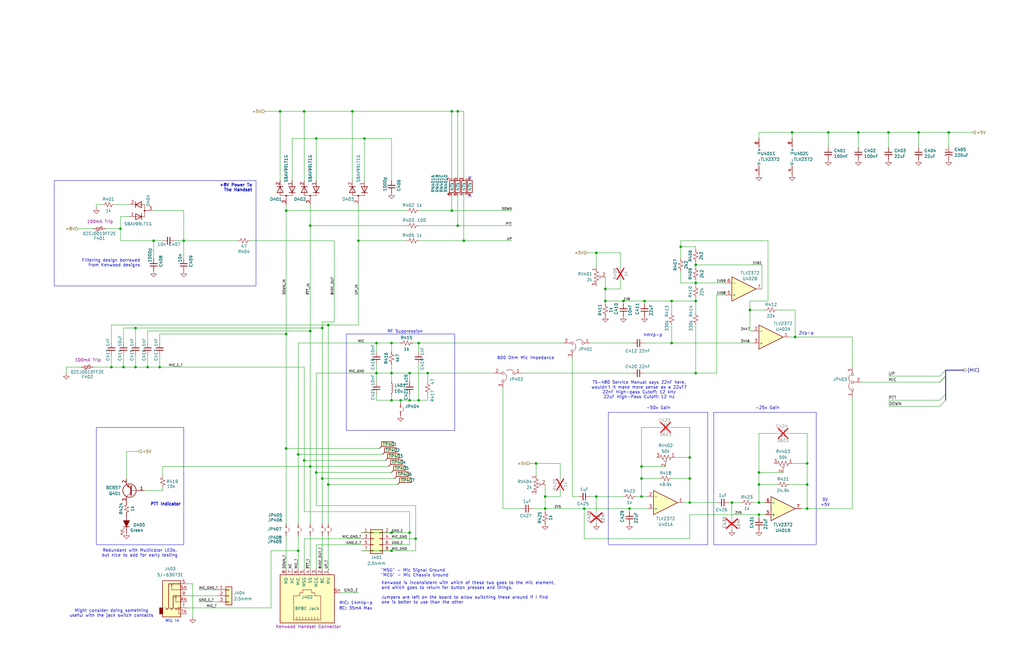
<source format=kicad_sch>
(kicad_sch (version 20250114) (generator "eeschema") (generator_version "9.0")
  (paper "B")
  (title_block (title "Kenwood Handset Switcher - Mic Input") (date "2025-07-26") (rev "A") (company "Thomas Francois - KX∅STL"))
  (rectangle (start 300.99 173.99) (end 344.17 229.87))
  (rectangle (start 40.64 180.34) (end 77.47 229.87))
  (rectangle (start 256.54 173.99) (end 298.45 229.87))
  (rectangle (start 146.05 140.97) (end 191.77 181.61))
  (rectangle (start 22.86 76.2) (end 107.95 120.65))
  (text "600 Ohm Mic Impedance" (at 221.742 151.13 0) (effects (font (size 1.27 1.27))))
  (text "MIC: 14mVp-p" (at 143.002 255.27 0) (effects (font (size 1.27 1.27)) (justify left bottom)))
  (text "RF Suppression" (at 163.322 140.716 0) (effects (font (size 1.27 1.27)) (justify left bottom)))
  (text "-50x Gain" (at 277.622 172.212 0) (effects (font (size 1.27 1.27))))
  (text "4mVp-p" (at 271.272 142.24 0) (effects (font (size 1.27 1.27)) (justify left bottom)))
  (text "Kenwood is inconsistent with which of these two goes to the mic element,\nand which goes to return for button presses and things.\n\nJumpers are left on the board to allow switching these around if I find\none is better to use than the other" (at 160.782 250.19 0) (effects (font (size 1.27 1.27)) (justify left)))
  (text "Filtering design borrowed\nfrom Kenwood designs" (at 59.182 110.998 0) (effects (font (size 1.27 1.27)) (justify right)))
  (text "\"MSG\" - Mic Signal Ground\n\"MCG\" - Mic Chassis Ground" (at 160.528 241.808 0) (effects (font (size 1.27 1.27)) (justify left)))
  (text "-25x Gain" (at 323.596 172.212 0) (effects (font (size 1.27 1.27))))
  (text "TS-480 Service Manual says 22nF here,\nwouldn't it make more sense as a 22uF?\n22nF High-pass Cutoff: 12 kHz\n22uF High-Pass Cutoff: 12 Hz" (at 269.494 164.592 0) (effects (font (size 1.27 1.27))))
  (text "PTT Indicator" (at 69.85 212.852 0) (effects (font (size 1.27 1.27) (thickness 0.254) (bold yes))))
  (text "Might consider doing something\nuseful with the jack switch contacts" (at 46.99 258.826 0) (effects (font (size 1.27 1.27))))
  (text "Mic In" (at 72.644 262.128 0) (effects (font (size 1.27 1.27))))
  (text "Redundant with Multicolor LEDs,\nbut nice to add for early testing" (at 58.928 233.426 0) (effects (font (size 1.27 1.27))))
  (text "0V\n+5V" (at 347.98 212.09 0) (effects (font (size 1.27 1.27))))
  (text "+8V Power To\nThe Handset" (at 106.426 79.248 0) (effects (font (size 1.27 1.27) (thickness 0.254) (bold yes)) (justify right)))
  (text "8C: 35mA Max" (at 143.002 257.556 0) (effects (font (size 1.27 1.27)) (justify left bottom)))
  (text "2Vp-p" (at 336.804 141.478 0) (effects (font (size 1.27 1.27)) (justify left bottom)))
  (junction (at 176.53 168.91))
  (junction (at 265.43 214.63))
  (junction (at 190.5 88.9))
  (junction (at 153.67 58.42))
  (junction (at 349.25 55.88))
  (junction (at 151.13 101.6))
  (junction (at 271.78 127))
  (junction (at 255.27 121.92))
  (junction (at 172.72 224.79))
  (junction (at 255.27 127))
  (junction (at 193.04 46.99))
  (junction (at 283.21 127))
  (junction (at 361.95 55.88))
  (junction (at 293.37 111.76))
  (junction (at 229.87 209.55))
  (junction (at 293.37 119.38))
  (junction (at 120.65 140.97))
  (junction (at 175.26 227.33))
  (junction (at 195.58 101.6))
  (junction (at 246.38 214.63))
  (junction (at 168.91 168.91))
  (junction (at 320.04 199.39))
  (junction (at 374.65 55.88))
  (junction (at 138.43 137.16))
  (junction (at 340.36 214.63))
  (junction (at 270.51 201.93))
  (junction (at 180.34 157.48))
  (junction (at 128.27 194.31))
  (junction (at 57.15 154.94))
  (junction (at 158.75 157.48))
  (junction (at 135.89 201.93))
  (junction (at 176.53 144.78))
  (junction (at 320.04 212.09))
  (junction (at 46.99 154.94))
  (junction (at 308.61 212.09))
  (junction (at 64.77 101.6))
  (junction (at 165.1 224.79))
  (junction (at 293.37 157.48))
  (junction (at 130.81 95.25))
  (junction (at 165.1 232.41))
  (junction (at 148.59 46.99))
  (junction (at 118.11 46.99))
  (junction (at 316.23 130.81))
  (junction (at 290.83 193.04))
  (junction (at 335.28 142.24))
  (junction (at 270.51 196.85))
  (junction (at 165.1 157.48))
  (junction (at 290.83 212.09))
  (junction (at 165.1 168.91))
  (junction (at 290.83 201.93))
  (junction (at 57.15 138.43))
  (junction (at 172.72 168.91))
  (junction (at 133.35 199.39))
  (junction (at 77.47 101.6))
  (junction (at 130.81 139.7))
  (junction (at 340.36 204.47))
  (junction (at 387.35 55.88))
  (junction (at 320.04 217.17))
  (junction (at 320.04 204.47))
  (junction (at 340.36 195.58))
  (junction (at 158.75 144.78))
  (junction (at 172.72 157.48))
  (junction (at 262.89 127))
  (junction (at 400.05 55.88))
  (junction (at 62.23 154.94))
  (junction (at 125.73 191.77))
  (junction (at 120.65 88.9))
  (junction (at 229.87 214.63))
  (junction (at 133.35 58.42))
  (junction (at 165.1 144.78))
  (junction (at 283.21 144.78))
  (junction (at 226.06 195.58))
  (junction (at 67.31 154.94))
  (junction (at 270.51 209.55))
  (junction (at 138.43 204.47))
  (junction (at 50.8 96.52))
  (junction (at 251.46 106.68))
  (junction (at 128.27 46.99))
  (junction (at 52.07 154.94))
  (junction (at 190.5 46.99))
  (junction (at 251.46 209.55))
  (junction (at 120.65 189.23))
  (junction (at 193.04 95.25))
  (junction (at 334.01 55.88))
  (junction (at 287.02 104.14))
  (junction (at 125.73 232.41))
  (junction (at 135.89 138.43))
  (junction (at 293.37 127))
  (junction (at 130.81 196.85))
  (no_connect (at 198.12 74.93))
  (no_connect (at 198.12 82.55))
  (bus_entry (at 398.78 166.37) (size -2.54 2.54))
  (bus_entry (at 398.78 168.91) (size -2.54 2.54))
  (bus_entry (at 398.78 158.75) (size -2.54 2.54))
  (bus_entry (at 398.78 158.75) (size -2.54 2.54))
  (bus_entry (at 398.78 156.21) (size -2.54 2.54))
  (wire (pts (xy 278.13 180.34) (xy 270.51 180.34)))
  (wire (pts (xy 120.65 226.06) (xy 120.65 240.03)))
  (wire (pts (xy 374.65 55.88) (xy 387.35 55.88)))
  (wire (pts (xy 270.51 209.55) (xy 270.51 201.93)))
  (wire (pts (xy 120.65 189.23) (xy 120.65 220.98)))
  (wire (pts (xy 120.65 88.9) (xy 171.45 88.9)))
  (wire (pts (xy 293.37 119.38) (xy 287.02 119.38)))
  (wire (pts (xy 327.66 182.88) (xy 320.04 182.88)))
  (wire (pts (xy 54.61 91.44) (xy 50.8 91.44)))
  (wire (pts (xy 172.72 168.91) (xy 176.53 168.91)))
  (wire (pts (xy 176.53 88.9) (xy 190.5 88.9)))
  (wire (pts (xy 363.22 161.29) (xy 396.24 161.29)))
  (wire (pts (xy 359.41 167.64) (xy 359.41 214.63)))
  (wire (pts (xy 190.5 82.55) (xy 190.5 88.9)))
  (wire (pts (xy 287.02 104.14) (xy 287.02 109.22)))
  (wire (pts (xy 176.53 144.78) (xy 176.53 148.59)))
  (wire (pts (xy 349.25 55.88) (xy 334.01 55.88)))
  (wire (pts (xy 195.58 46.99) (xy 193.04 46.99)))
  (wire (pts (xy 180.34 161.29) (xy 180.34 157.48)))
  (wire (pts (xy 290.83 227.33) (xy 290.83 217.17)))
  (wire (pts (xy 158.75 166.37) (xy 158.75 168.91)))
  (wire (pts (xy 158.75 168.91) (xy 165.1 168.91)))
  (wire (pts (xy 78.74 251.46) (xy 91.44 251.46)))
  (wire (pts (xy 246.38 227.33) (xy 290.83 227.33)))
  (wire (pts (xy 52.07 149.86) (xy 52.07 154.94)))
  (wire (pts (xy 226.06 195.58) (xy 236.22 195.58)))
  (wire (pts (xy 46.99 154.94) (xy 39.37 154.94)))
  (wire (pts (xy 332.74 204.47) (xy 340.36 204.47)))
  (wire (pts (xy 175.26 213.36) (xy 175.26 227.33)))
  (wire (pts (xy 135.89 201.93) (xy 135.89 220.98)))
  (wire (pts (xy 58.42 190.5) (xy 53.34 190.5)))
  (wire (pts (xy 396.24 168.91) (xy 374.65 168.91)))
  (wire (pts (xy 246.38 214.63) (xy 265.43 214.63)))
  (wire (pts (xy 219.71 214.63) (xy 212.09 214.63)))
  (wire (pts (xy 271.78 157.48) (xy 293.37 157.48)))
  (wire (pts (xy 62.23 149.86) (xy 62.23 154.94)))
  (wire (pts (xy 64.77 109.22) (xy 64.77 101.6)))
  (wire (pts (xy 53.34 201.93) (xy 53.34 190.5)))
  (wire (pts (xy 261.62 121.92) (xy 255.27 121.92)))
  (wire (pts (xy 114.3 232.41) (xy 125.73 232.41)))
  (wire (pts (xy 334.01 55.88) (xy 334.01 58.42)))
  (wire (pts (xy 374.65 55.88) (xy 374.65 62.23)))
  (wire (pts (xy 190.5 88.9) (xy 215.9 88.9)))
  (wire (pts (xy 293.37 125.73) (xy 293.37 127)))
  (wire (pts (xy 151.13 86.36) (xy 151.13 101.6)))
  (wire (pts (xy 320.04 217.17) (xy 322.58 217.17)))
  (wire (pts (xy 293.37 157.48) (xy 302.26 157.48)))
  (wire (pts (xy 105.41 101.6) (xy 140.97 101.6)))
  (wire (pts (xy 33.02 96.52) (xy 39.37 96.52)))
  (wire (pts (xy 195.58 46.99) (xy 195.58 74.93)))
  (wire (pts (xy 128.27 227.33) (xy 152.4 227.33)))
  (wire (pts (xy 236.22 209.55) (xy 229.87 209.55)))
  (wire (pts (xy 293.37 137.16) (xy 293.37 157.48)))
  (wire (pts (xy 153.67 58.42) (xy 133.35 58.42)))
  (wire (pts (xy 229.87 204.47) (xy 229.87 209.55)))
  (wire (pts (xy 67.31 149.86) (xy 67.31 154.94)))
  (wire (pts (xy 78.74 256.54) (xy 114.3 256.54)))
  (wire (pts (xy 135.89 226.06) (xy 135.89 240.03)))
  (wire (pts (xy 62.23 154.94) (xy 57.15 154.94)))
  (wire (pts (xy 128.27 46.99) (xy 128.27 76.2)))
  (wire (pts (xy 176.53 168.91) (xy 180.34 168.91)))
  (wire (pts (xy 81.28 246.38) (xy 81.28 260.35)))
  (wire (pts (xy 306.07 124.46) (xy 302.26 124.46)))
  (wire (pts (xy 67.31 154.94) (xy 128.27 154.94)))
  (wire (pts (xy 349.25 55.88) (xy 361.95 55.88)))
  (wire (pts (xy 128.27 46.99) (xy 148.59 46.99)))
  (wire (pts (xy 165.1 157.48) (xy 172.72 157.48)))
  (wire (pts (xy 165.1 224.79) (xy 172.72 224.79)))
  (wire (pts (xy 400.05 55.88) (xy 400.05 62.23)))
  (wire (pts (xy 27.94 157.48) (xy 27.94 154.94)))
  (wire (pts (xy 302.26 124.46) (xy 302.26 157.48)))
  (wire (pts (xy 283.21 180.34) (xy 290.83 180.34)))
  (wire (pts (xy 151.13 101.6) (xy 171.45 101.6)))
  (wire (pts (xy 270.51 196.85) (xy 270.51 201.93)))
  (wire (pts (xy 307.34 212.09) (xy 308.61 212.09)))
  (wire (pts (xy 271.78 127) (xy 262.89 127)))
  (wire (pts (xy 128.27 194.31) (xy 162.56 194.31)))
  (wire (pts (xy 255.27 121.92) (xy 255.27 127)))
  (wire (pts (xy 67.31 154.94) (xy 62.23 154.94)))
  (wire (pts (xy 332.74 142.24) (xy 335.28 142.24)))
  (wire (pts (xy 125.73 232.41) (xy 125.73 240.03)))
  (wire (pts (xy 78.74 246.38) (xy 81.28 246.38)))
  (wire (pts (xy 158.75 153.67) (xy 158.75 157.48)))
  (wire (pts (xy 349.25 55.88) (xy 349.25 62.23)))
  (wire (pts (xy 320.04 55.88) (xy 334.01 55.88)))
  (wire (pts (xy 125.73 144.78) (xy 125.73 191.77)))
  (wire (pts (xy 265.43 215.9) (xy 265.43 214.63)))
  (wire (pts (xy 317.5 212.09) (xy 320.04 212.09)))
  (wire (pts (xy 68.58 196.85) (xy 130.81 196.85)))
  (wire (pts (xy 165.1 144.78) (xy 158.75 144.78)))
  (wire (pts (xy 50.8 101.6) (xy 64.77 101.6)))
  (wire (pts (xy 52.07 138.43) (xy 52.07 144.78)))
  (wire (pts (xy 46.99 137.16) (xy 138.43 137.16)))
  (wire (pts (xy 337.82 214.63) (xy 340.36 214.63)))
  (wire (pts (xy 251.46 209.55) (xy 262.89 209.55)))
  (wire (pts (xy 148.59 46.99) (xy 148.59 76.2)))
  (wire (pts (xy 120.65 189.23) (xy 160.02 189.23)))
  (wire (pts (xy 120.65 88.9) (xy 120.65 140.97)))
  (wire (pts (xy 83.82 254) (xy 91.44 254)))
  (wire (pts (xy 158.75 157.48) (xy 165.1 157.48)))
  (wire (pts (xy 320.04 182.88) (xy 320.04 199.39)))
  (wire (pts (xy 283.21 201.93) (xy 290.83 201.93)))
  (wire (pts (xy 40.64 86.36) (xy 43.18 86.36)))
  (wire (pts (xy 133.35 199.39) (xy 165.1 199.39)))
  (wire (pts (xy 284.48 193.04) (xy 290.83 193.04)))
  (wire (pts (xy 195.58 101.6) (xy 215.9 101.6)))
  (wire (pts (xy 68.58 200.66) (xy 68.58 196.85)))
  (wire (pts (xy 251.46 209.55) (xy 251.46 215.9)))
  (bus (pts (xy 398.78 166.37) (xy 398.78 168.91)))
  (wire (pts (xy 359.41 142.24) (xy 335.28 142.24)))
  (wire (pts (xy 262.89 127) (xy 262.89 128.27)))
  (wire (pts (xy 135.89 201.93) (xy 166.37 201.93)))
  (wire (pts (xy 67.31 140.97) (xy 67.31 144.78)))
  (wire (pts (xy 246.38 214.63) (xy 246.38 227.33)))
  (wire (pts (xy 320.04 212.09) (xy 322.58 212.09)))
  (wire (pts (xy 151.13 101.6) (xy 151.13 137.16)))
  (wire (pts (xy 293.37 111.76) (xy 293.37 113.03)))
  (wire (pts (xy 138.43 204.47) (xy 138.43 220.98)))
  (wire (pts (xy 270.51 209.55) (xy 273.05 209.55)))
  (wire (pts (xy 320.04 58.42) (xy 320.04 55.88)))
  (wire (pts (xy 270.51 201.93) (xy 278.13 201.93)))
  (wire (pts (xy 120.65 86.36) (xy 120.65 88.9)))
  (wire (pts (xy 125.73 191.77) (xy 125.73 220.98)))
  (wire (pts (xy 151.13 250.19) (xy 143.51 250.19)))
  (wire (pts (xy 133.35 229.87) (xy 152.4 229.87)))
  (wire (pts (xy 130.81 95.25) (xy 171.45 95.25)))
  (wire (pts (xy 175.26 213.36) (xy 133.35 213.36)))
  (wire (pts (xy 130.81 196.85) (xy 130.81 220.98)))
  (wire (pts (xy 27.94 154.94) (xy 34.29 154.94)))
  (wire (pts (xy 236.22 207.01) (xy 236.22 209.55)))
  (wire (pts (xy 50.8 91.44) (xy 50.8 96.52)))
  (wire (pts (xy 236.22 195.58) (xy 236.22 201.93)))
  (wire (pts (xy 123.19 58.42) (xy 123.19 76.2)))
  (wire (pts (xy 48.26 86.36) (xy 54.61 86.36)))
  (wire (pts (xy 165.1 58.42) (xy 153.67 58.42)))
  (wire (pts (xy 133.35 240.03) (xy 133.35 229.87)))
  (wire (pts (xy 334.01 195.58) (xy 340.36 195.58)))
  (wire (pts (xy 359.41 214.63) (xy 340.36 214.63)))
  (wire (pts (xy 323.85 101.6) (xy 287.02 101.6)))
  (wire (pts (xy 133.35 157.48) (xy 133.35 199.39)))
  (wire (pts (xy 321.31 111.76) (xy 321.31 121.92)))
  (wire (pts (xy 152.4 224.79) (xy 165.1 224.79)))
  (wire (pts (xy 241.3 151.13) (xy 241.3 209.55)))
  (wire (pts (xy 280.67 196.85) (xy 270.51 196.85)))
  (wire (pts (xy 125.73 191.77) (xy 161.29 191.77)))
  (wire (pts (xy 130.81 196.85) (xy 163.83 196.85)))
  (wire (pts (xy 290.83 201.93) (xy 290.83 212.09)))
  (wire (pts (xy 152.4 232.41) (xy 165.1 232.41)))
  (wire (pts (xy 265.43 214.63) (xy 273.05 214.63)))
  (wire (pts (xy 165.1 168.91) (xy 168.91 168.91)))
  (wire (pts (xy 322.58 130.81) (xy 316.23 130.81)))
  (wire (pts (xy 77.47 101.6) (xy 73.66 101.6)))
  (wire (pts (xy 255.27 127) (xy 255.27 128.27)))
  (wire (pts (xy 255.27 127) (xy 262.89 127)))
  (wire (pts (xy 168.91 168.91) (xy 168.91 170.18)))
  (wire (pts (xy 361.95 55.88) (xy 374.65 55.88)))
  (wire (pts (xy 193.04 95.25) (xy 215.9 95.25)))
  (wire (pts (xy 57.15 138.43) (xy 135.89 138.43)))
  (wire (pts (xy 308.61 212.09) (xy 308.61 218.44)))
  (wire (pts (xy 327.66 130.81) (xy 335.28 130.81)))
  (wire (pts (xy 172.72 224.79) (xy 172.72 229.87)))
  (wire (pts (xy 229.87 214.63) (xy 229.87 215.9)))
  (wire (pts (xy 128.27 227.33) (xy 128.27 240.03)))
  (wire (pts (xy 316.23 127) (xy 323.85 127)))
  (wire (pts (xy 212.09 163.83) (xy 212.09 214.63)))
  (wire (pts (xy 243.84 209.55) (xy 241.3 209.55)))
  (wire (pts (xy 57.15 154.94) (xy 52.07 154.94)))
  (wire (pts (xy 293.37 110.49) (xy 293.37 111.76)))
  (wire (pts (xy 190.5 46.99) (xy 190.5 74.93)))
  (wire (pts (xy 77.47 88.9) (xy 77.47 101.6)))
  (wire (pts (xy 130.81 95.25) (xy 130.81 139.7)))
  (wire (pts (xy 290.83 193.04) (xy 290.83 201.93)))
  (wire (pts (xy 261.62 106.68) (xy 251.46 106.68)))
  (wire (pts (xy 77.47 101.6) (xy 100.33 101.6)))
  (wire (pts (xy 359.41 154.94) (xy 359.41 142.24)))
  (wire (pts (xy 193.04 46.99) (xy 190.5 46.99)))
  (wire (pts (xy 361.95 55.88) (xy 361.95 62.23)))
  (wire (pts (xy 176.53 95.25) (xy 193.04 95.25)))
  (wire (pts (xy 176.53 101.6) (xy 195.58 101.6)))
  (wire (pts (xy 176.53 153.67) (xy 176.53 168.91)))
  (wire (pts (xy 248.92 144.78) (xy 266.7 144.78)))
  (bus (pts (xy 398.78 156.21) (xy 398.78 158.75)))
  (wire (pts (xy 320.04 217.17) (xy 320.04 218.44)))
  (wire (pts (xy 176.53 144.78) (xy 237.49 144.78)))
  (wire (pts (xy 293.37 119.38) (xy 293.37 120.65)))
  (wire (pts (xy 125.73 226.06) (xy 125.73 232.41)))
  (wire (pts (xy 340.36 204.47) (xy 340.36 214.63)))
  (wire (pts (xy 130.81 86.36) (xy 130.81 95.25)))
  (wire (pts (xy 320.04 199.39) (xy 320.04 204.47)))
  (wire (pts (xy 165.1 166.37) (xy 165.1 168.91)))
  (wire (pts (xy 68.58 207.01) (xy 60.96 207.01)))
  (wire (pts (xy 261.62 113.03) (xy 261.62 106.68)))
  (wire (pts (xy 229.87 214.63) (xy 246.38 214.63)))
  (wire (pts (xy 293.37 111.76) (xy 321.31 111.76)))
  (wire (pts (xy 316.23 130.81) (xy 316.23 127)))
  (wire (pts (xy 67.31 140.97) (xy 120.65 140.97)))
  (wire (pts (xy 248.92 209.55) (xy 251.46 209.55)))
  (wire (pts (xy 293.37 119.38) (xy 293.37 118.11)))
  (wire (pts (xy 316.23 130.81) (xy 316.23 139.7)))
  (wire (pts (xy 340.36 195.58) (xy 340.36 204.47)))
  (wire (pts (xy 173.99 144.78) (xy 176.53 144.78)))
  (wire (pts (xy 62.23 139.7) (xy 130.81 139.7)))
  (bus (pts (xy 398.78 158.75) (xy 398.78 166.37)))
  (wire (pts (xy 271.78 127) (xy 283.21 127)))
  (wire (pts (xy 293.37 104.14) (xy 287.02 104.14)))
  (wire (pts (xy 287.02 119.38) (xy 287.02 114.3)))
  (wire (pts (xy 172.72 215.9) (xy 128.27 215.9)))
  (wire (pts (xy 125.73 144.78) (xy 158.75 144.78)))
  (wire (pts (xy 44.45 96.52) (xy 50.8 96.52)))
  (wire (pts (xy 138.43 226.06) (xy 138.43 240.03)))
  (wire (pts (xy 165.1 148.59) (xy 165.1 144.78)))
  (wire (pts (xy 57.15 149.86) (xy 57.15 154.94)))
  (wire (pts (xy 195.58 82.55) (xy 195.58 101.6)))
  (wire (pts (xy 128.27 194.31) (xy 128.27 215.9)))
  (wire (pts (xy 62.23 139.7) (xy 62.23 144.78)))
  (wire (pts (xy 180.34 166.37) (xy 180.34 168.91)))
  (wire (pts (xy 396.24 171.45) (xy 374.65 171.45)))
  (wire (pts (xy 226.06 195.58) (xy 226.06 200.66)))
  (wire (pts (xy 320.04 204.47) (xy 327.66 204.47)))
  (wire (pts (xy 267.97 209.55) (xy 270.51 209.55)))
  (wire (pts (xy 135.89 138.43) (xy 135.89 135.89)))
  (wire (pts (xy 340.36 182.88) (xy 340.36 195.58)))
  (wire (pts (xy 118.11 46.99) (xy 118.11 76.2)))
  (wire (pts (xy 40.64 87.63) (xy 40.64 86.36)))
  (wire (pts (xy 77.47 109.22) (xy 77.47 101.6)))
  (wire (pts (xy 255.27 116.84) (xy 255.27 121.92)))
  (wire (pts (xy 52.07 154.94) (xy 46.99 154.94)))
  (wire (pts (xy 130.81 226.06) (xy 130.81 240.03)))
  (wire (pts (xy 64.77 101.6) (xy 68.58 101.6)))
  (wire (pts (xy 271.78 128.27) (xy 271.78 127)))
  (wire (pts (xy 158.75 157.48) (xy 158.75 161.29)))
  (wire (pts (xy 133.35 58.42) (xy 133.35 76.2)))
  (wire (pts (xy 283.21 144.78) (xy 317.5 144.78)))
  (wire (pts (xy 335.28 130.81) (xy 335.28 142.24)))
  (wire (pts (xy 64.77 88.9) (xy 77.47 88.9)))
  (wire (pts (xy 226.06 195.58) (xy 223.52 195.58)))
  (wire (pts (xy 140.97 101.6) (xy 140.97 135.89)))
  (wire (pts (xy 168.91 168.91) (xy 172.72 168.91)))
  (wire (pts (xy 332.74 182.88) (xy 340.36 182.88)))
  (wire (pts (xy 165.1 144.78) (xy 168.91 144.78)))
  (wire (pts (xy 190.5 46.99) (xy 148.59 46.99)))
  (wire (pts (xy 175.26 227.33) (xy 175.26 232.41)))
  (wire (pts (xy 290.83 212.09) (xy 302.26 212.09)))
  (wire (pts (xy 323.85 127) (xy 323.85 101.6)))
  (wire (pts (xy 283.21 132.08) (xy 283.21 127)))
  (wire (pts (xy 193.04 82.55) (xy 193.04 95.25)))
  (wire (pts (xy 111.76 46.99) (xy 118.11 46.99)))
  (wire (pts (xy 138.43 204.47) (xy 167.64 204.47)))
  (wire (pts (xy 193.04 46.99) (xy 193.04 74.93)))
  (wire (pts (xy 46.99 137.16) (xy 46.99 144.78)))
  (wire (pts (xy 251.46 106.68) (xy 251.46 113.03)))
  (wire (pts (xy 165.1 157.48) (xy 165.1 161.29)))
  (wire (pts (xy 293.37 127) (xy 293.37 132.08)))
  (wire (pts (xy 387.35 55.88) (xy 387.35 62.23)))
  (wire (pts (xy 293.37 104.14) (xy 293.37 105.41)))
  (wire (pts (xy 387.35 55.88) (xy 400.05 55.88)))
  (wire (pts (xy 120.65 140.97) (xy 120.65 189.23)))
  (wire (pts (xy 180.34 157.48) (xy 208.28 157.48)))
  (wire (pts (xy 165.1 232.41) (xy 175.26 232.41)))
  (wire (pts (xy 283.21 137.16) (xy 283.21 144.78)))
  (wire (pts (xy 290.83 180.34) (xy 290.83 193.04)))
  (wire (pts (xy 138.43 137.16) (xy 138.43 204.47)))
  (wire (pts (xy 50.8 96.52) (xy 50.8 101.6)))
  (wire (pts (xy 229.87 209.55) (xy 229.87 214.63)))
  (wire (pts (xy 293.37 119.38) (xy 306.07 119.38)))
  (wire (pts (xy 172.72 215.9) (xy 172.72 224.79)))
  (wire (pts (xy 135.89 138.43) (xy 135.89 201.93)))
  (wire (pts (xy 128.27 154.94) (xy 128.27 194.31)))
  (wire (pts (xy 165.1 153.67) (xy 165.1 157.48)))
  (wire (pts (xy 288.29 212.09) (xy 290.83 212.09)))
  (wire (pts (xy 165.1 227.33) (xy 175.26 227.33)))
  (wire (pts (xy 290.83 217.17) (xy 320.04 217.17)))
  (wire (pts (xy 172.72 157.48) (xy 172.72 161.29)))
  (wire (pts (xy 251.46 106.68) (xy 247.65 106.68)))
  (wire (pts (xy 68.58 205.74) (xy 68.58 207.01)))
  (wire (pts (xy 287.02 101.6) (xy 287.02 104.14)))
  (wire (pts (xy 271.78 144.78) (xy 283.21 144.78)))
  (wire (pts (xy 224.79 214.63) (xy 229.87 214.63)))
  (wire (pts (xy 46.99 149.86) (xy 46.99 154.94)))
  (wire (pts (xy 153.67 58.42) (xy 153.67 76.2)))
  (wire (pts (xy 396.24 158.75) (xy 374.65 158.75)))
  (wire (pts (xy 133.35 199.39) (xy 133.35 213.36)))
  (wire (pts (xy 57.15 138.43) (xy 57.15 144.78)))
  (wire (pts (xy 165.1 58.42) (xy 165.1 76.2)))
  (wire (pts (xy 83.82 248.92) (xy 91.44 248.92)))
  (wire (pts (xy 172.72 166.37) (xy 172.72 168.91)))
  (wire (pts (xy 270.51 180.34) (xy 270.51 196.85)))
  (wire (pts (xy 316.23 139.7) (xy 317.5 139.7)))
  (wire (pts (xy 133.35 157.48) (xy 158.75 157.48)))
  (wire (pts (xy 219.71 157.48) (xy 266.7 157.48)))
  (wire (pts (xy 135.89 135.89) (xy 140.97 135.89)))
  (bus (pts (xy 406.4 156.21) (xy 398.78 156.21)))
  (wire (pts (xy 118.11 46.99) (xy 128.27 46.99)))
  (wire (pts (xy 320.04 212.09) (xy 320.04 204.47)))
  (wire (pts (xy 308.61 212.09) (xy 312.42 212.09)))
  (wire (pts (xy 330.2 199.39) (xy 320.04 199.39)))
  (wire (pts (xy 130.81 139.7) (xy 130.81 196.85)))
  (wire (pts (xy 165.1 229.87) (xy 172.72 229.87)))
  (wire (pts (xy 261.62 118.11) (xy 261.62 121.92)))
  (wire (pts (xy 114.3 256.54) (xy 114.3 232.41)))
  (wire (pts (xy 57.15 138.43) (xy 52.07 138.43)))
  (wire (pts (xy 138.43 137.16) (xy 151.13 137.16)))
  (wire (pts (xy 400.05 55.88) (xy 410.21 55.88)))
  (wire (pts (xy 172.72 157.48) (xy 180.34 157.48)))
  (wire (pts (xy 283.21 127) (xy 293.37 127)))
  (wire (pts (xy 158.75 148.59) (xy 158.75 144.78)))
  (wire (pts (xy 133.35 58.42) (xy 123.19 58.42)))
  (label "DOWN_T" (at 120.65 240.03 90) (effects (font (size 1 1))))
  (label "MIC_T" (at 125.73 240.03 90) (effects (font (size 1 1))))
  (label "GND_E_T" (at 83.82 254 0) (effects (font (size 1 1))))
  (label "MIC_GND_T" (at 83.82 248.92 0) (effects (font (size 1 1))))
  (label "8VDC_OUT_T" (at 135.89 240.03 90) (effects (font (size 1 1))))
  (label "UP" (at 215.9 101.6 180) (effects (font (size 1 1))))
  (label "2V5" (at 309.88 217.17 0) (effects (font (size 1 1))))
  (label "GND_E" (at 165.1 224.79 0) (effects (font (size 1 1))))
  (label "DOWN" (at 374.65 171.45 0))
  (label "MIC_GND_T" (at 152.4 227.33 180) (effects (font (size 1 1))))
  (label "UP_T" (at 138.43 240.03 90) (effects (font (size 1 1))))
  (label "~{PTT}_T" (at 130.81 240.03 90) (effects (font (size 1 1))))
  (label "GND_E" (at 151.13 250.19 180))
  (label "DOWN_IN" (at 120.65 124.46 90) (effects (font (size 1 1))))
  (label "UP" (at 374.65 158.75 0))
  (label "UP_IN" (at 151.13 124.46 90) (effects (font (size 1 1))))
  (label "NC" (at 123.19 240.03 90) (effects (font (size 1 1))))
  (label "2V47" (at 316.23 139.7 180) (effects (font (size 1 1))))
  (label "MIC" (at 374.65 161.29 0))
  (label "1V59" (at 306.07 119.38 180) (effects (font (size 1 1))))
  (label "MIC_GND" (at 153.67 157.48 180) (effects (font (size 1 1))))
  (label "GND_E_T" (at 152.4 229.87 180) (effects (font (size 1 1))))
  (label "PTT" (at 215.9 95.25 180) (effects (font (size 1 1))))
  (label "1V61" (at 321.31 111.76 180) (effects (font (size 1 1))))
  (label "MIC_GND" (at 165.1 232.41 0) (effects (font (size 1 1))))
  (label "2V5" (at 233.68 214.63 0) (effects (font (size 1 1))))
  (label "MIC_E_T" (at 71.12 154.94 0) (effects (font (size 1 1))))
  (label "~{PTT}_IN" (at 130.81 124.46 90) (effects (font (size 1 1))))
  (label "DOWN" (at 215.9 88.9 180) (effects (font (size 1 1))))
  (label "GND_E" (at 165.1 229.87 0) (effects (font (size 1 1))))
  (label "MIC_GND" (at 165.1 227.33 0) (effects (font (size 1 1))))
  (label "1V58" (at 306.07 124.46 180) (effects (font (size 1 1))))
  (label "MIC_T" (at 91.44 256.54 180) (effects (font (size 1 1))))
  (label "8VDC_OUT" (at 140.97 124.46 90) (effects (font (size 1 1))))
  (label "2V46" (at 316.23 144.78 180) (effects (font (size 1 1))))
  (label "1V6" (at 262.89 127 0) (effects (font (size 1 1))))
  (label "MIC" (at 153.67 144.78 180) (effects (font (size 1 1))))
  (label "PTT" (at 374.65 168.91 0))
  (hierarchical_label "+5V" (shape input) (at 58.42 190.5 0))
  (hierarchical_label "{MIC}" (shape output) (at 406.4 156.21 0))
  (hierarchical_label "+5V" (shape input) (at 247.65 106.68 180))
  (hierarchical_label "+5V" (shape input) (at 223.52 195.58 180))
  (hierarchical_label "+8V" (shape input) (at 33.02 96.52 180))
  (hierarchical_label "+5V" (shape input) (at 111.76 46.99 180))
  (hierarchical_label "+5V" (shape input) (at 410.21 55.88 0))
  (symbol (lib_id "Device:C_Small") (at 64.77 111.76 180) (unit 1)
    (property "Reference" "C308" (at 67.818 112.776 90) (effects (justify right)))
    (property "Value" "1000p" (at 63.246 110.744 90) (effects (justify right)))
    (property "Footprint" "Capacitor_SMD:C_0402_1005Metric" (effects (hide yes)))
    (property "Description" "Unpolarized capacitor, small symbol" (effects (hide yes)))
    (instances (project "Kenwood Microphone Switcher" (path "" (reference "C408") (unit 1)) (path "" (reference "C308") (unit 1))))
  )
  (symbol (lib_id "Device:C_Small") (at 57.15 147.32 180) (unit 1)
    (property "Reference" "C315" (at 55.626 152.4 90) (effects (justify right)))
    (property "Value" "1nF" (at 55.626 146.304 90) (effects (justify right)))
    (property "Footprint" "Capacitor_SMD:C_0402_1005Metric" (effects (hide yes)))
    (property "Description" "Unpolarized capacitor, small symbol" (effects (hide yes)))
    (instances (project "Kenwood Microphone Switcher" (path "" (reference "C415") (unit 1)) (path "" (reference "C315") (unit 1))))
  )
  (symbol (lib_id "Device:R_Small_US") (at 180.34 163.83 0) (unit 1)
    (property "Reference" "R317" (at 182.372 167.132 90))
    (property "Value" "47" (at 182.372 161.036 90))
    (property "Footprint" "Resistor_SMD:R_0402_1005Metric" (effects (hide yes)))
    (property "Description" "Resistor, small US symbol" (effects (hide yes)))
    (instances (project "Kenwood Microphone Switcher" (path "" (reference "R417") (unit 1)) (path "" (reference "R317") (unit 1))))
  )
  (symbol (lib_id "Device:R_Small_US") (at 283.21 134.62 0) (unit 1)
    (property "Reference" "R313" (at 281.178 131.318 90))
    (property "Value" "330k" (at 281.178 137.414 90))
    (property "Footprint" "Resistor_SMD:R_0402_1005Metric" (effects (hide yes)))
    (property "Description" "Resistor, small US symbol" (effects (hide yes)))
    (instances (project "Kenwood Microphone Switcher" (path "" (reference "R413") (unit 1)) (path "" (reference "R313") (unit 1))))
  )
  (symbol (lib_id "power:GND") (at 400.05 67.31 0) (mirror y) (unit 1)
    (property "Reference" "#PWR0305" (effects (hide yes)))
    (property "Value" "GND" (effects (hide yes)))
    (property "Description" "Power symbol creates a global label with name \"GND\" , ground" (effects (hide yes)))
    (instances (project "Kenwood Microphone Switcher" (path "" (reference "#PWR0405") (unit 1)) (path "" (reference "#PWR0305") (unit 1))))
  )
  (symbol (lib_id "Library_MicSwitcher:R_Network04_Split") (at 195.58 78.74 0) (unit 2)
    (property "Reference" "RN301" (at 184.404 81.28 90) (effects (justify left)))
    (property "Value" "47k" (at 195.58 78.74 90))
    (property "Footprint" "Resistor_SMD:R_Array_Convex_4x1206" (effects (hide yes)))
    (property "Datasheet" "http://www.vishay.com/docs/31509/csc.pdf" (effects (hide yes)))
    (property "Description" "4 resistor network, star topology, bussed resistors, split" (effects (hide yes)))
    (instances (project "" (path "" (reference "RN401") (unit 2)) (path "" (reference "RN301") (unit 2))))
  )
  (symbol (lib_id "Device:R_Potentiometer_Trim_US") (at 280.67 193.04 270) (unit 1)
    (property "Reference" "RV302" (at 280.67 188.0065 90))
    (property "Value" "50k" (at 280.67 190.4308 90))
    (property "Footprint" "Potentiometer_SMD:Potentiometer_Bourns_TC33X_Vertical" (effects (hide yes)))
    (property "Description" "Trim-potentiometer, US symbol" (effects (hide yes)))
    (instances (project "Kenwood Microphone Switcher" (path "" (reference "RV402") (unit 1)) (path "" (reference "RV302") (unit 1))))
  )
  (symbol (lib_id "Transistor_BJT:BC857") (at 55.88 207.01 180) (unit 1)
    (property "Reference" "Q301" (at 51.0286 208.2222 0) (effects (justify left)))
    (property "Value" "BC857" (at 51.0286 205.7979 0) (effects (justify left)))
    (property "Footprint" "Package_TO_SOT_SMD:SOT-23" (effects (hide yes)))
    (property "Datasheet" "https://assets.nexperia.com/documents/data-sheet/BC856_BC857_BC858.pdf" (effects (hide yes)))
    (property "Description" "0.1A Ic, 45V Vce, PNP Transistor, SOT-23" (effects (hide yes)))
    (instances (project "Kenwood Microphone Switcher" (path "" (reference "Q401") (unit 1)) (path "" (reference "Q301") (unit 1))))
  )
  (symbol (lib_id "Amplifier_Operational:TLV2372") (at 336.55 66.04 0) (unit 3)
    (property "Reference" "U302" (at 334.645 64.8278 0) (effects (justify left)))
    (property "Value" "TLV2372" (at 334.645 67.2521 0) (effects (justify left)))
    (property "Footprint" "Package_SO:SOIC-8_3.9x4.9mm_P1.27mm" (effects (hide yes)))
    (property "Datasheet" "http://www.ti.com/lit/ds/symlink/tlv2375.pdf" (effects (hide yes)))
    (property "Description" "Dual Rail-to-Rail Input/Output Operational Amplifier, DIP-8/SOIC-8/VSSOP-8" (effects (hide yes)))
    (instances (project "" (path "" (reference "U402") (unit 3)) (path "" (reference "U302") (unit 3))))
  )
  (symbol (lib_id "Device:C_Small") (at 304.8 212.09 270) (unit 1)
    (property "Reference" "C326" (at 306.832 215.138 90) (effects (justify right)))
    (property "Value" "1uF" (at 304.8 209.042 90))
    (property "Footprint" "Capacitor_SMD:C_0402_1005Metric" (effects (hide yes)))
    (property "Description" "Unpolarized capacitor, small symbol" (effects (hide yes)))
    (instances (project "Kenwood Microphone Switcher" (path "" (reference "C426") (unit 1)) (path "" (reference "C326") (unit 1))))
  )
  (symbol (lib_id "Library_MicSwitcher:R_Network04_Split") (at 190.5 78.74 0) (unit 4)
    (property "Reference" "RN301" (at 187.96 81.28 90) (effects (justify left)))
    (property "Value" "47k" (at 190.5 78.74 90))
    (property "Footprint" "Resistor_SMD:R_Array_Convex_4x1206" (effects (hide yes)))
    (property "Datasheet" "http://www.vishay.com/docs/31509/csc.pdf" (effects (hide yes)))
    (property "Description" "4 resistor network, star topology, bussed resistors, split" (effects (hide yes)))
    (instances (project "" (path "" (reference "RN401") (unit 4)) (path "" (reference "RN301") (unit 4))))
  )
  (symbol (lib_id "Connector:TestPoint_Flag") (at 166.37 201.93 0) (unit 1)
    (property "Reference" "TP306" (at 167.64 200.152 0) (effects (justify left)))
    (property "Value" "TestPoint_Flag" (effects (hide yes)))
    (property "Footprint" "Libraries:KEYSTONE_5017" (effects (hide yes)))
    (property "Description" "test point (alternative flag-style design)" (effects (hide yes)))
    (instances (project "Kenwood Microphone Switcher" (path "" (reference "TP406") (unit 1)) (path "" (reference "TP306") (unit 1))))
  )
  (symbol (lib_id "power:GND") (at 255.27 133.35 0) (unit 1)
    (property "Reference" "#PWR0312" (effects (hide yes)))
    (property "Value" "GND" (effects (hide yes)))
    (property "Description" "Power symbol creates a global label with name \"GND\" , ground" (effects (hide yes)))
    (instances (project "Kenwood Microphone Switcher" (path "" (reference "#PWR0412") (unit 1)) (path "" (reference "#PWR0312") (unit 1))))
  )
  (symbol (lib_id "Device:R_Small_US") (at 68.58 203.2 0) (mirror y) (unit 1)
    (property "Reference" "R319" (at 72.644 203.2 0))
    (property "Value" "10k" (at 72.136 205.232 0))
    (property "Footprint" "Resistor_SMD:R_0402_1005Metric" (effects (hide yes)))
    (property "Description" "Resistor, small US symbol" (effects (hide yes)))
    (instances (project "Kenwood Microphone Switcher" (path "" (reference "R419") (unit 1)) (path "" (reference "R319") (unit 1))))
  )
  (symbol (lib_id "power:GND") (at 40.64 87.63 0) (mirror y) (unit 1)
    (property "Reference" "#PWR0309" (effects (hide yes)))
    (property "Value" "GND" (effects (hide yes)))
    (property "Description" "Power symbol creates a global label with name \"GND\" , ground" (effects (hide yes)))
    (instances (project "Kenwood Microphone Switcher" (path "" (reference "#PWR0409") (unit 1)) (path "" (reference "#PWR0309") (unit 1))))
  )
  (symbol (lib_id "Device:C_Small") (at 320.04 220.98 180) (unit 1)
    (property "Reference" "C331" (at 316.992 223.012 90) (effects (justify right)))
    (property "Value" "22uF" (at 322.834 223.52 90) (effects (justify right)))
    (property "Footprint" "Capacitor_SMD:C_0402_1005Metric" (effects (hide yes)))
    (property "Description" "Unpolarized capacitor, small symbol" (effects (hide yes)))
    (instances (project "Kenwood Microphone Switcher" (path "" (reference "C431") (unit 1)) (path "" (reference "C331") (unit 1))))
  )
  (symbol (lib_id "Device:R_Small_US") (at 102.87 101.6 90) (unit 1)
    (property "Reference" "R304" (at 102.87 106.172 90))
    (property "Value" "47" (at 102.87 103.886 90))
    (property "Footprint" "Resistor_SMD:R_0402_1005Metric" (effects (hide yes)))
    (property "Description" "Resistor, small US symbol" (effects (hide yes)))
    (instances (project "Kenwood Microphone Switcher" (path "" (reference "R404") (unit 1)) (path "" (reference "R304") (unit 1))))
  )
  (symbol (lib_id "Device:R_Small_US") (at 45.72 86.36 270) (unit 1)
    (property "Reference" "R301" (at 45.72 84.074 90))
    (property "Value" "1k" (at 45.72 88.9 90))
    (property "Footprint" "Resistor_SMD:R_0402_1005Metric" (effects (hide yes)))
    (property "Description" "Resistor, small US symbol" (effects (hide yes)))
    (instances (project "Kenwood Microphone Switcher" (path "" (reference "R401") (unit 1)) (path "" (reference "R301") (unit 1))))
  )
  (symbol (lib_id "Device:C_Small") (at 330.2 182.88 270) (mirror x) (unit 1) (in_bom no) (dnp yes)
    (property "Reference" "C324" (at 332.232 179.832 90) (effects (justify right)))
    (property "Value" "0603" (at 330.2 185.928 90))
    (property "Footprint" "Capacitor_SMD:C_0603_1608Metric" (effects (hide yes)))
    (property "Description" "Unpolarized capacitor, small symbol" (effects (hide yes)))
    (instances (project "Kenwood Microphone Switcher" (path "" (reference "C424") (unit 1)) (path "" (reference "C324") (unit 1))))
  )
  (symbol (lib_id "Device:C_Small") (at 158.75 151.13 180) (unit 1)
    (property "Reference" "C318" (at 157.226 156.21 90) (effects (justify right)))
    (property "Value" "10nF" (at 157.226 150.114 90) (effects (justify right)))
    (property "Footprint" "Capacitor_SMD:C_0402_1005Metric" (effects (hide yes)))
    (property "Description" "Unpolarized capacitor, small symbol" (effects (hide yes)))
    (instances (project "Kenwood Microphone Switcher" (path "" (reference "C418") (unit 1)) (path "" (reference "C318") (unit 1))))
  )
  (symbol (lib_id "power:GND") (at 387.35 67.31 0) (mirror y) (unit 1)
    (property "Reference" "#PWR0304" (effects (hide yes)))
    (property "Value" "GND" (effects (hide yes)))
    (property "Description" "Power symbol creates a global label with name \"GND\" , ground" (effects (hide yes)))
    (instances (project "Kenwood Microphone Switcher" (path "" (reference "#PWR0404") (unit 1)) (path "" (reference "#PWR0304") (unit 1))))
  )
  (symbol (lib_id "Jumper:Jumper_2_Small_Open") (at 135.89 223.52 270) (unit 1) (in_bom no)
    (property "Reference" "JP308" (at 112.776 226.822 90) (effects (justify left)))
    (property "Value" "Jumper_2_Small_Open" (effects (hide yes)))
    (property "Footprint" "Jumper:SolderJumper-2_P1.3mm_Open_Pad1.0x1.5mm" (effects (hide yes)))
    (property "Description" "Jumper, 2-pole, small symbol, open" (effects (hide yes)))
    (instances (project "Kenwood Microphone Switcher" (path "" (reference "JP408") (unit 1)) (path "" (reference "JP308") (unit 1))))
  )
  (symbol (lib_id "Device:R_Small_US") (at 293.37 107.95 0) (unit 1)
    (property "Reference" "R306" (at 291.084 107.95 90))
    (property "Value" "2k2" (at 295.656 107.95 90))
    (property "Footprint" "Resistor_SMD:R_0402_1005Metric" (effects (hide yes)))
    (property "Description" "Resistor, small US symbol" (effects (hide yes)))
    (instances (project "Kenwood Microphone Switcher" (path "" (reference "R406") (unit 1)) (path "" (reference "R306") (unit 1))))
  )
  (symbol (lib_id "Connector_Generic:Conn_01x03") (at 96.52 251.46 0) (unit 1)
    (property "Reference" "J304" (at 98.552 250.2478 0) (effects (justify left)))
    (property "Value" "2.54mm" (at 98.552 252.6721 0) (effects (justify left)))
    (property "Footprint" "Connector_PinHeader_2.54mm:PinHeader_1x03_P2.54mm_Vertical" (effects (hide yes)))
    (property "Description" "Generic connector, single row, 01x03, script generated (kicad-library-utils/schlib/autogen/connector/)" (effects (hide yes)))
    (instances (project "" (path "" (reference "J404") (unit 1)) (path "" (reference "J304") (unit 1))))
  )
  (symbol (lib_id "Jumper:Jumper_2_Small_Open") (at 130.81 223.52 270) (unit 1) (in_bom no)
    (property "Reference" "JP307" (at 112.776 223.266 90) (effects (justify left)))
    (property "Value" "Jumper_2_Small_Open" (effects (hide yes)))
    (property "Footprint" "Jumper:SolderJumper-2_P1.3mm_Open_Pad1.0x1.5mm" (effects (hide yes)))
    (property "Description" "Jumper, 2-pole, small symbol, open" (effects (hide yes)))
    (instances (project "Kenwood Microphone Switcher" (path "" (reference "JP407") (unit 1)) (path "" (reference "JP307") (unit 1))))
  )
  (symbol (lib_id "Device:C_Small") (at 387.35 64.77 0) (unit 1)
    (property "Reference" "C304" (at 389.6741 63.5641 0) (effects (justify left)))
    (property "Value" "22uF" (at 389.6741 65.9884 0) (effects (justify left)))
    (property "Footprint" "Capacitor_SMD:C_0603_1608Metric" (effects (hide yes)))
    (property "Description" "Unpolarized capacitor, small symbol" (effects (hide yes)))
    (instances (project "Kenwood Microphone Switcher" (path "" (reference "C404") (unit 1)) (path "" (reference "C304") (unit 1))))
  )
  (symbol (lib_id "Device:R_Potentiometer_Trim_US") (at 330.2 195.58 270) (unit 1)
    (property "Reference" "RV303" (at 330.2 190.5465 90))
    (property "Value" "50k" (at 330.2 192.9708 90))
    (property "Footprint" "Potentiometer_SMD:Potentiometer_Bourns_TC33X_Vertical" (effects (hide yes)))
    (property "Description" "Trim-potentiometer, US symbol" (effects (hide yes)))
    (instances (project "Kenwood Microphone Switcher" (path "" (reference "RV403") (unit 1)) (path "" (reference "RV303") (unit 1))))
  )
  (symbol (lib_id "Amplifier_Operational:TLV2372") (at 322.58 66.04 0) (unit 3)
    (property "Reference" "U301" (at 320.675 64.8278 0) (effects (justify left)))
    (property "Value" "TLV2372" (at 320.675 67.2521 0) (effects (justify left)))
    (property "Footprint" "Package_SO:SOIC-8_3.9x4.9mm_P1.27mm" (effects (hide yes)))
    (property "Datasheet" "http://www.ti.com/lit/ds/symlink/tlv2375.pdf" (effects (hide yes)))
    (property "Description" "Dual Rail-to-Rail Input/Output Operational Amplifier, DIP-8/SOIC-8/VSSOP-8" (effects (hide yes)))
    (instances (project "" (path "" (reference "U401") (unit 3)) (path "" (reference "U301") (unit 3))))
  )
  (symbol (lib_id "power:GND") (at 361.95 67.31 0) (mirror y) (unit 1)
    (property "Reference" "#PWR0302" (effects (hide yes)))
    (property "Value" "GND" (effects (hide yes)))
    (property "Description" "Power symbol creates a global label with name \"GND\" , ground" (effects (hide yes)))
    (instances (project "Kenwood Microphone Switcher" (path "" (reference "#PWR0402") (unit 1)) (path "" (reference "#PWR0302") (unit 1))))
  )
  (symbol (lib_id "Device:R_Small_US") (at 53.34 214.63 0) (mirror x) (unit 1)
    (property "Reference" "R324" (at 51.054 214.63 90))
    (property "Value" "1k" (at 55.88 214.63 90))
    (property "Footprint" "Resistor_SMD:R_0402_1005Metric" (effects (hide yes)))
    (property "Description" "Resistor, small US symbol" (effects (hide yes)))
    (instances (project "Kenwood Microphone Switcher" (path "" (reference "R424") (unit 1)) (path "" (reference "R324") (unit 1))))
  )
  (symbol (lib_id "Amplifier_Operational:TLV2372") (at 313.69 121.92 0) (mirror x) (unit 2)
    (property "Reference" "U302" (at 316.23 117.602 0))
    (property "Value" "TLV2372" (at 316.23 115.1777 0))
    (property "Footprint" "Package_SO:SOIC-8_3.9x4.9mm_P1.27mm" (effects (hide yes)))
    (property "Datasheet" "http://www.ti.com/lit/ds/symlink/tlv2375.pdf" (effects (hide yes)))
    (property "Description" "Dual Rail-to-Rail Input/Output Operational Amplifier, DIP-8/SOIC-8/VSSOP-8" (effects (hide yes)))
    (instances (project "" (path "" (reference "U402") (unit 2)) (path "" (reference "U302") (unit 2))))
  )
  (symbol (lib_id "power:GND") (at 349.25 67.31 0) (mirror y) (unit 1)
    (property "Reference" "#PWR0301" (effects (hide yes)))
    (property "Value" "GND" (effects (hide yes)))
    (property "Description" "Power symbol creates a global label with name \"GND\" , ground" (effects (hide yes)))
    (instances (project "Kenwood Microphone Switcher" (path "" (reference "#PWR0401") (unit 1)) (path "" (reference "#PWR0301") (unit 1))))
  )
  (symbol (lib_id "Device:D_Dual_Series_AKC_Parallel") (at 151.13 81.28 90) (unit 1)
    (property "Reference" "D303" (at 146.812 84.074 90))
    (property "Value" "SBAV99LT1G" (at 151.13 71.12 0))
    (property "Footprint" "Package_TO_SOT_SMD:SOT-23" (effects (hide yes)))
    (property "Datasheet" "https://www.onsemi.com/pdf/datasheet/bav99lt1-d.pdf" (effects (hide yes)))
    (property "Description" "Dual diode, anode/cathode/center" (effects (hide yes)))
    (instances (project "Kenwood Microphone Switcher" (path "" (reference "D403") (unit 1)) (path "" (reference "D303") (unit 1))))
  )
  (symbol (lib_id "Device:R_Small_US") (at 173.99 101.6 270) (unit 1)
    (property "Reference" "R305" (at 172.212 99.314 90))
    (property "Value" "1k" (at 176.784 99.314 90))
    (property "Footprint" "Resistor_SMD:R_0402_1005Metric" (effects (hide yes)))
    (property "Description" "Resistor, small US symbol" (effects (hide yes)))
    (instances (project "Kenwood Microphone Switcher" (path "" (reference "R405") (unit 1)) (path "" (reference "R305") (unit 1))))
  )
  (symbol (lib_id "Device:R_Small_US") (at 165.1 151.13 0) (unit 1)
    (property "Reference" "R316" (at 162.814 151.13 90))
    (property "Value" "4k7" (at 167.64 151.13 90))
    (property "Footprint" "Resistor_SMD:R_0402_1005Metric" (effects (hide yes)))
    (property "Description" "Resistor, small US symbol" (effects (hide yes)))
    (instances (project "Kenwood Microphone Switcher" (path "" (reference "R416") (unit 1)) (path "" (reference "R316") (unit 1))))
  )
  (symbol (lib_id "Library_MicSwitcher:R_Network04_Split") (at 198.12 78.74 0) (unit 1)
    (property "Reference" "RN301" (at 182.626 81.28 90) (effects (justify left)))
    (property "Value" "47k" (at 198.12 78.74 90))
    (property "Footprint" "Resistor_SMD:R_Array_Convex_4x1206" (effects (hide yes)))
    (property "Datasheet" "http://www.vishay.com/docs/31509/csc.pdf" (effects (hide yes)))
    (property "Description" "4 resistor network, star topology, bussed resistors, split" (effects (hide yes)))
    (instances (project "" (path "" (reference "RN401") (unit 1)) (path "" (reference "RN301") (unit 1))))
  )
  (symbol (lib_id "Device:R_Small_US") (at 293.37 115.57 0) (unit 1)
    (property "Reference" "R309" (at 291.084 115.57 90))
    (property "Value" "2k2" (at 295.91 115.57 90))
    (property "Footprint" "Resistor_SMD:R_0402_1005Metric" (effects (hide yes)))
    (property "Description" "Resistor, small US symbol" (effects (hide yes)))
    (instances (project "Kenwood Microphone Switcher" (path "" (reference "R409") (unit 1)) (path "" (reference "R309") (unit 1))))
  )
  (symbol (lib_id "Connector:8P8C_Shielded") (at 130.81 250.19 90) (unit 1)
    (property "Reference" "J302" (at 129.54 251.968 90))
    (property "Value" "8P8C Jack" (at 129.54 256.794 90))
    (property "Footprint" "Libraries:Mystery_RJ45" (effects (hide yes)))
    (property "Description" "RJ connector, 8P8C (8 positions 8 connected), RJ31/RJ32/RJ33/RJ34/RJ35/RJ41/RJ45/RJ49/RJ61, Shielded" (effects (hide yes)))
    (property "Name" "Kenwood Handset Connector" (at 130.048 264.414 90))
    (instances (project "Kenwood Microphone Switcher" (path "" (reference "J402") (unit 1)) (path "" (reference "J302") (unit 1))))
  )
  (symbol (lib_id "Device:C_Small") (at 46.99 147.32 180) (unit 1)
    (property "Reference" "C313" (at 45.466 152.4 90) (effects (justify right)))
    (property "Value" "1nF" (at 45.466 146.304 90) (effects (justify right)))
    (property "Footprint" "Capacitor_SMD:C_0402_1005Metric" (effects (hide yes)))
    (property "Description" "Unpolarized capacitor, small symbol" (effects (hide yes)))
    (instances (project "Kenwood Microphone Switcher" (path "" (reference "C413") (unit 1)) (path "" (reference "C313") (unit 1))))
  )
  (symbol (lib_id "Device:C_Small") (at 52.07 147.32 180) (unit 1)
    (property "Reference" "C314" (at 50.546 152.4 90) (effects (justify right)))
    (property "Value" "10uF" (at 50.546 146.304 90) (effects (justify right)))
    (property "Footprint" "Capacitor_SMD:C_0603_1608Metric" (effects (hide yes)))
    (property "Description" "Unpolarized capacitor, small symbol" (effects (hide yes)))
    (instances (project "Kenwood Microphone Switcher" (path "" (reference "C414") (unit 1)) (path "" (reference "C314") (unit 1))))
  )
  (symbol (lib_id "Device:C_Small") (at 265.43 218.44 180) (unit 1)
    (property "Reference" "C329" (at 262.382 220.472 90) (effects (justify right)))
    (property "Value" "22uF" (at 268.224 220.98 90) (effects (justify right)))
    (property "Footprint" "Capacitor_SMD:C_0402_1005Metric" (effects (hide yes)))
    (property "Description" "Unpolarized capacitor, small symbol" (effects (hide yes)))
    (instances (project "Kenwood Microphone Switcher" (path "" (reference "C429") (unit 1)) (path "" (reference "C329") (unit 1))))
  )
  (symbol (lib_id "power:GND") (at 271.78 133.35 0) (unit 1)
    (property "Reference" "#PWR0314" (effects (hide yes)))
    (property "Value" "GND" (effects (hide yes)))
    (property "Description" "Power symbol creates a global label with name \"GND\" , ground" (effects (hide yes)))
    (instances (project "Kenwood Microphone Switcher" (path "" (reference "#PWR0414") (unit 1)) (path "" (reference "#PWR0314") (unit 1))))
  )
  (symbol (lib_id "Device:C_Small") (at 361.95 64.77 0) (unit 1)
    (property "Reference" "C302" (at 364.2741 63.5641 0) (effects (justify left)))
    (property "Value" "100nF" (at 364.2741 65.9884 0) (effects (justify left)))
    (property "Footprint" "Capacitor_SMD:C_0402_1005Metric" (effects (hide yes)))
    (property "Description" "Unpolarized capacitor, small symbol" (effects (hide yes)))
    (instances (project "Kenwood Microphone Switcher" (path "" (reference "C402") (unit 1)) (path "" (reference "C302") (unit 1))))
  )
  (symbol (lib_id "Device:LED_Filled") (at 53.34 220.98 270) (mirror x) (unit 1)
    (property "Reference" "D305" (at 56.134 221.488 90) (effects (justify left)))
    (property "Value" "Green" (at 54.864 223.774 90) (effects (justify left)))
    (property "Footprint" "LED_SMD:LED_0603_1608Metric" (effects (hide yes)))
    (property "Description" "Light emitting diode, filled shape" (effects (hide yes)))
    (property "DigiKey Part Number" "732-5016-ND" (effects (hide yes)))
    (instances (project "Kenwood Microphone Switcher" (path "" (reference "D405") (unit 1)) (path "" (reference "D305") (unit 1))))
  )
  (symbol (lib_id "power:GND") (at 320.04 223.52 0) (unit 1)
    (property "Reference" "#PWR0321" (effects (hide yes)))
    (property "Value" "GND" (effects (hide yes)))
    (property "Description" "Power symbol creates a global label with name \"GND\" , ground" (effects (hide yes)))
    (instances (project "Kenwood Microphone Switcher" (path "" (reference "#PWR0421") (unit 1)) (path "" (reference "#PWR0321") (unit 1))))
  )
  (symbol (lib_id "Connector_Generic:Conn_02x04_Odd_Even") (at 157.48 227.33 0) (unit 1)
    (property "Reference" "J301" (at 158.75 235.204 0))
    (property "Value" "2.54mm" (at 158.75 237.744 0))
    (property "Footprint" "Connector_PinHeader_2.54mm:PinHeader_2x04_P2.54mm_Vertical" (effects (hide yes)))
    (property "Description" "Generic connector, double row, 02x04, odd/even pin numbering scheme (row 1 odd numbers, row 2 even numbers), script generated (kicad-library-utils/schlib/autogen/connector/)" (effects (hide yes)))
    (instances (project "Kenwood Microphone Switcher" (path "" (reference "J401") (unit 1)) (path "" (reference "J301") (unit 1))))
  )
  (symbol (lib_id "Connector:TestPoint_Flag") (at 160.02 189.23 0) (unit 1)
    (property "Reference" "TP301" (at 161.29 187.452 0) (effects (justify left)))
    (property "Value" "TestPoint_Flag" (effects (hide yes)))
    (property "Footprint" "Libraries:KEYSTONE_5017" (effects (hide yes)))
    (property "Description" "test point (alternative flag-style design)" (effects (hide yes)))
    (instances (project "Kenwood Microphone Switcher" (path "" (reference "TP401") (unit 1)) (path "" (reference "TP301") (unit 1))))
  )
  (symbol (lib_id "Device:R_Small_US") (at 330.2 204.47 270) (unit 1)
    (property "Reference" "R321" (at 330.2 202.184 90))
    (property "Value" "24.9k" (at 330.2 207.01 90))
    (property "Footprint" "Resistor_SMD:R_0402_1005Metric" (effects (hide yes)))
    (property "Description" "Resistor, small US symbol" (effects (hide yes)))
    (instances (project "Kenwood Microphone Switcher" (path "" (reference "R421") (unit 1)) (path "" (reference "R321") (unit 1))))
  )
  (symbol (lib_id "Device:R_Potentiometer_Trim_US") (at 251.46 116.84 0) (unit 1)
    (property "Reference" "RV301" (at 249.8091 115.6278 0) (effects (justify right)))
    (property "Value" "2k" (at 249.8091 118.0521 0) (effects (justify right)))
    (property "Footprint" "Potentiometer_SMD:Potentiometer_Bourns_TC33X_Vertical" (effects (hide yes)))
    (property "Description" "Trim-potentiometer, US symbol" (effects (hide yes)))
    (instances (project "Kenwood Microphone Switcher" (path "" (reference "RV401") (unit 1)) (path "" (reference "RV301") (unit 1))))
  )
  (symbol (lib_id "Device:C_Small") (at 172.72 163.83 180) (unit 1)
    (property "Reference" "C322" (at 171.196 168.91 90) (effects (justify right)))
    (property "Value" "1u16" (at 171.196 162.814 90) (effects (justify right)))
    (property "Footprint" "Capacitor_SMD:C_0603_1608Metric" (effects (hide yes)))
    (property "Description" "Unpolarized capacitor, small symbol" (effects (hide yes)))
    (instances (project "Kenwood Microphone Switcher" (path "" (reference "C422") (unit 1)) (path "" (reference "C322") (unit 1))))
  )
  (symbol (lib_id "Device:C_Small") (at 262.89 130.81 180) (unit 1)
    (property "Reference" "C310" (at 259.842 132.842 90) (effects (justify right)))
    (property "Value" "10nF" (at 265.684 133.35 90) (effects (justify right)))
    (property "Footprint" "Capacitor_SMD:C_0402_1005Metric" (effects (hide yes)))
    (property "Description" "Unpolarized capacitor, small symbol" (effects (hide yes)))
    (instances (project "Kenwood Microphone Switcher" (path "" (reference "C410") (unit 1)) (path "" (reference "C310") (unit 1))))
  )
  (symbol (lib_id "Device:C_Small") (at 374.65 64.77 0) (unit 1)
    (property "Reference" "C303" (at 376.9741 63.5641 0) (effects (justify left)))
    (property "Value" "22uF" (at 376.9741 65.9884 0) (effects (justify left)))
    (property "Footprint" "Capacitor_SMD:C_0603_1608Metric" (effects (hide yes)))
    (property "Description" "Unpolarized capacitor, small symbol" (effects (hide yes)))
    (instances (project "Kenwood Microphone Switcher" (path "" (reference "C403") (unit 1)) (path "" (reference "C303") (unit 1))))
  )
  (symbol (lib_id "Device:R_Small_US") (at 255.27 130.81 0) (unit 1)
    (property "Reference" "R311" (at 252.984 130.81 90))
    (property "Value" "1k" (at 257.556 130.81 90))
    (property "Footprint" "Resistor_SMD:R_0402_1005Metric" (effects (hide yes)))
    (property "Description" "Resistor, small US symbol" (effects (hide yes)))
    (instances (project "Kenwood Microphone Switcher" (path "" (reference "R411") (unit 1)) (path "" (reference "R311") (unit 1))))
  )
  (symbol (lib_id "power:GND") (at 334.01 73.66 0) (unit 1)
    (property "Reference" "#PWR0307" (effects (hide yes)))
    (property "Value" "GND" (effects (hide yes)))
    (property "Description" "Power symbol creates a global label with name \"GND\" , ground" (effects (hide yes)))
    (instances (project "Kenwood Microphone Switcher" (path "" (reference "#PWR0407") (unit 1)) (path "" (reference "#PWR0307") (unit 1))))
  )
  (symbol (lib_id "Library_MicSwitcher:R_Network04_Split") (at 193.04 78.74 0) (unit 3)
    (property "Reference" "RN301" (at 186.182 81.28 90) (effects (justify left)))
    (property "Value" "47k" (at 193.04 78.74 90))
    (property "Footprint" "Resistor_SMD:R_Array_Convex_4x1206" (effects (hide yes)))
    (property "Datasheet" "http://www.vishay.com/docs/31509/csc.pdf" (effects (hide yes)))
    (property "Description" "4 resistor network, star topology, bussed resistors, split" (effects (hide yes)))
    (instances (project "" (path "" (reference "RN401") (unit 3)) (path "" (reference "RN301") (unit 3))))
  )
  (symbol (lib_id "Device:C_Small") (at 269.24 144.78 270) (unit 1)
    (property "Reference" "C312" (at 266.192 148.082 90))
    (property "Value" "22nF" (at 271.78 148.082 90))
    (property "Footprint" "Capacitor_SMD:C_0402_1005Metric" (effects (hide yes)))
    (property "Description" "Unpolarized capacitor, small symbol" (effects (hide yes)))
    (instances (project "Kenwood Microphone Switcher" (path "" (reference "C412") (unit 1)) (path "" (reference "C312") (unit 1))))
  )
  (symbol (lib_id "Jumper:Jumper_2_Small_Open") (at 125.73 223.52 270) (unit 1) (in_bom no)
    (property "Reference" "JP306" (at 113.03 219.456 90) (effects (justify left)))
    (property "Value" "Jumper_2_Small_Open" (effects (hide yes)))
    (property "Footprint" "Jumper:SolderJumper-2_P1.3mm_Open_Pad1.0x1.5mm" (effects (hide yes)))
    (property "Description" "Jumper, 2-pole, small symbol, open" (effects (hide yes)))
    (instances (project "Kenwood Microphone Switcher" (path "" (reference "JP406") (unit 1)) (path "" (reference "JP306") (unit 1))))
  )
  (symbol (lib_id "Amplifier_Operational:TLV2372") (at 280.67 212.09 0) (mirror x) (unit 1)
    (property "Reference" "U301" (at 280.67 221.3145 0))
    (property "Value" "TLV2372" (at 280.67 218.8902 0))
    (property "Footprint" "Package_SO:SOIC-8_3.9x4.9mm_P1.27mm" (effects (hide yes)))
    (property "Datasheet" "http://www.ti.com/lit/ds/symlink/tlv2375.pdf" (effects (hide yes)))
    (property "Description" "Dual Rail-to-Rail Input/Output Operational Amplifier, DIP-8/SOIC-8/VSSOP-8" (effects (hide yes)))
    (instances (project "" (path "" (reference "U401") (unit 1)) (path "" (reference "U301") (unit 1))))
  )
  (symbol (lib_id "power:GND") (at 27.94 157.48 0) (unit 1)
    (property "Reference" "#PWR0315" (effects (hide yes)))
    (property "Value" "GND" (effects (hide yes)))
    (property "Description" "Power symbol creates a global label with name \"GND\" , ground" (effects (hide yes)))
    (instances (project "Kenwood Microphone Switcher" (path "" (reference "#PWR0415") (unit 1)) (path "" (reference "#PWR0315") (unit 1))))
  )
  (symbol (lib_id "Device:C_Small") (at 176.53 151.13 0) (mirror x) (unit 1)
    (property "Reference" "C319" (at 178.054 156.21 90) (effects (justify right)))
    (property "Value" "1nF" (at 178.054 150.114 90) (effects (justify right)))
    (property "Footprint" "Capacitor_SMD:C_0402_1005Metric" (effects (hide yes)))
    (property "Description" "Unpolarized capacitor, small symbol" (effects (hide yes)))
    (instances (project "Kenwood Microphone Switcher" (path "" (reference "C419") (unit 1)) (path "" (reference "C319") (unit 1))))
  )
  (symbol (lib_id "Connector:TestPoint_Flag") (at 165.1 199.39 0) (unit 1)
    (property "Reference" "TP305" (at 166.37 197.612 0) (effects (justify left)))
    (property "Value" "TestPoint_Flag" (effects (hide yes)))
    (property "Footprint" "Libraries:KEYSTONE_5017" (effects (hide yes)))
    (property "Description" "test point (alternative flag-style design)" (effects (hide yes)))
    (instances (project "Kenwood Microphone Switcher" (path "" (reference "TP405") (unit 1)) (path "" (reference "TP305") (unit 1))))
  )
  (symbol (lib_id "Device:D_Dual_Series_AKC_Parallel") (at 130.81 81.28 90) (unit 1)
    (property "Reference" "D302" (at 126.492 84.074 90))
    (property "Value" "SBAV99LT1G" (at 130.81 71.12 0))
    (property "Footprint" "Package_TO_SOT_SMD:SOT-23" (effects (hide yes)))
    (property "Datasheet" "https://www.onsemi.com/pdf/datasheet/bav99lt1-d.pdf" (effects (hide yes)))
    (property "Description" "Dual diode, anode/cathode/center" (effects (hide yes)))
    (instances (project "Kenwood Microphone Switcher" (path "" (reference "D402") (unit 1)) (path "" (reference "D302") (unit 1))))
  )
  (symbol (lib_id "Device:C_Small") (at 246.38 209.55 270) (unit 1)
    (property "Reference" "C325" (at 248.412 212.598 90) (effects (justify right)))
    (property "Value" "1uF" (at 246.38 206.502 90))
    (property "Footprint" "Capacitor_SMD:C_0603_1608Metric" (effects (hide yes)))
    (property "Description" "Unpolarized capacitor, small symbol" (effects (hide yes)))
    (instances (project "Kenwood Microphone Switcher" (path "" (reference "C425") (unit 1)) (path "" (reference "C325") (unit 1))))
  )
  (symbol (lib_id "Connector:TestPoint_Flag") (at 163.83 196.85 0) (unit 1)
    (property "Reference" "TP304" (at 165.1 195.072 0) (effects (justify left)))
    (property "Value" "TestPoint_Flag" (effects (hide yes)))
    (property "Footprint" "Libraries:KEYSTONE_5017" (effects (hide yes)))
    (property "Description" "test point (alternative flag-style design)" (effects (hide yes)))
    (instances (project "Kenwood Microphone Switcher" (path "" (reference "TP404") (unit 1)) (path "" (reference "TP304") (unit 1))))
  )
  (symbol (lib_id "Device:R_Small_US") (at 261.62 115.57 0) (unit 1) (dnp yes)
    (property "Reference" "R308" (at 259.334 115.57 90))
    (property "Value" "1k" (at 263.906 115.57 90))
    (property "Footprint" "Resistor_SMD:R_0402_1005Metric" (effects (hide yes)))
    (property "Description" "Resistor, small US symbol" (effects (hide yes)))
    (instances (project "Kenwood Microphone Switcher" (path "" (reference "R408") (unit 1)) (path "" (reference "R308") (unit 1))))
  )
  (symbol (lib_id "Jumper:Jumper_2_Small_Open") (at 168.91 172.72 270) (unit 1) (in_bom no)
    (property "Reference" "JP304" (at 170.8179 171.5078 90) (effects (justify left)))
    (property "Value" "Jumper_2_Small_Open" (effects (hide yes)))
    (property "Footprint" "Jumper:SolderJumper-2_P1.3mm_Open_Pad1.0x1.5mm" (effects (hide yes)))
    (property "Description" "Jumper, 2-pole, small symbol, open" (effects (hide yes)))
    (instances (project "Kenwood Microphone Switcher" (path "" (reference "JP404") (unit 1)) (path "" (reference "JP304") (unit 1))))
  )
  (symbol (lib_id "Device:R_Small_US") (at 314.96 212.09 270) (unit 1)
    (property "Reference" "R323" (at 314.96 209.804 90))
    (property "Value" "1k" (at 314.96 214.63 90))
    (property "Footprint" "Resistor_SMD:R_0402_1005Metric" (effects (hide yes)))
    (property "Description" "Resistor, small US symbol" (effects (hide yes)))
    (instances (project "Kenwood Microphone Switcher" (path "" (reference "R423") (unit 1)) (path "" (reference "R323") (unit 1))))
  )
  (symbol (lib_id "Device:R_Small_US") (at 236.22 204.47 0) (unit 1) (in_bom no) (dnp yes)
    (property "Reference" "R320" (at 233.934 204.47 90))
    (property "Value" "1k" (at 238.506 204.47 90))
    (property "Footprint" "Resistor_SMD:R_0402_1005Metric" (effects (hide yes)))
    (property "Description" "Resistor, small US symbol" (effects (hide yes)))
    (instances (project "Kenwood Microphone Switcher" (path "" (reference "R420") (unit 1)) (path "" (reference "R320") (unit 1))))
  )
  (symbol (lib_id "power:GND") (at 308.61 223.52 0) (unit 1)
    (property "Reference" "#PWR0320" (effects (hide yes)))
    (property "Value" "GND" (effects (hide yes)))
    (property "Description" "Power symbol creates a global label with name \"GND\" , ground" (effects (hide yes)))
    (instances (project "Kenwood Microphone Switcher" (path "" (reference "#PWR0420") (unit 1)) (path "" (reference "#PWR0320") (unit 1))))
  )
  (symbol (lib_id "Device:C_Small") (at 158.75 163.83 180) (unit 1)
    (property "Reference" "C321" (at 157.226 168.91 90) (effects (justify right)))
    (property "Value" "10nF" (at 157.226 162.814 90) (effects (justify right)))
    (property "Footprint" "Capacitor_SMD:C_0402_1005Metric" (effects (hide yes)))
    (property "Description" "Unpolarized capacitor, small symbol" (effects (hide yes)))
    (instances (project "Kenwood Microphone Switcher" (path "" (reference "C421") (unit 1)) (path "" (reference "C321") (unit 1))))
  )
  (symbol (lib_id "Device:R_Small_US") (at 229.87 218.44 0) (unit 1)
    (property "Reference" "R325" (at 227.584 218.44 90))
    (property "Value" "1k" (at 232.156 218.44 90))
    (property "Footprint" "Resistor_SMD:R_0402_1005Metric" (effects (hide yes)))
    (property "Description" "Resistor, small US symbol" (effects (hide yes)))
    (instances (project "Kenwood Microphone Switcher" (path "" (reference "R425") (unit 1)) (path "" (reference "R325") (unit 1))))
  )
  (symbol (lib_id "Device:C_Small") (at 269.24 157.48 270) (unit 1)
    (property "Reference" "C320" (at 266.192 154.686 90))
    (property "Value" "22nF" (at 271.78 154.686 90))
    (property "Footprint" "Capacitor_SMD:C_0402_1005Metric" (effects (hide yes)))
    (property "Description" "Unpolarized capacitor, small symbol" (effects (hide yes)))
    (instances (project "Kenwood Microphone Switcher" (path "" (reference "C420") (unit 1)) (path "" (reference "C320") (unit 1))))
  )
  (symbol (lib_id "Device:D_Dual_Series_AKC_Parallel") (at 120.65 81.28 90) (unit 1)
    (property "Reference" "D301" (at 116.332 84.074 90))
    (property "Value" "SBAV99LT1G" (at 120.65 71.12 0))
    (property "Footprint" "Package_TO_SOT_SMD:SOT-23" (effects (hide yes)))
    (property "Datasheet" "https://www.onsemi.com/pdf/datasheet/bav99lt1-d.pdf" (effects (hide yes)))
    (property "Description" "Dual diode, anode/cathode/center" (effects (hide yes)))
    (instances (project "Kenwood Microphone Switcher" (path "" (reference "D401") (unit 1)) (path "" (reference "D301") (unit 1))))
  )
  (symbol (lib_id "Device:Polyfuse_Small") (at 36.83 154.94 90) (unit 1)
    (property "Reference" "F302" (at 36.83 159.004 90))
    (property "Value" "0ZCJ0010FF2E" (at 36.83 156.972 90))
    (property "Footprint" "Fuse:Fuse_1206_3216Metric" (effects (hide yes)))
    (property "Datasheet" "https://www.belfuse.com/media/datasheets/products/circuit-protection/ds-cp-0zcj-series.pdf" (effects (hide yes)))
    (property "Description" "Resettable fuse, polymeric positive temperature coefficient, small symbol" (effects (hide yes)))
    (property "Field5" "100mA Trip" (at 37.084 151.892 90))
    (instances (project "Kenwood Microphone Switcher" (path "" (reference "F402") (unit 1)) (path "" (reference "F302") (unit 1))))
  )
  (symbol (lib_id "Device:R_Small_US") (at 280.67 201.93 270) (unit 1)
    (property "Reference" "R318" (at 280.67 199.644 90))
    (property "Value" "49.9k" (at 280.67 204.47 90))
    (property "Footprint" "Resistor_SMD:R_0402_1005Metric" (effects (hide yes)))
    (property "Description" "Resistor, small US symbol" (effects (hide yes)))
    (instances (project "Kenwood Microphone Switcher" (path "" (reference "R418") (unit 1)) (path "" (reference "R318") (unit 1))))
  )
  (symbol (lib_id "Device:C_Small") (at 251.46 218.44 180) (unit 1) (dnp yes)
    (property "Reference" "C328" (at 248.412 220.472 90) (effects (justify right)))
    (property "Value" "12nF" (at 254.254 220.98 90) (effects (justify right)))
    (property "Footprint" "Capacitor_SMD:C_0402_1005Metric" (effects (hide yes)))
    (property "Description" "Unpolarized capacitor, small symbol" (effects (hide yes)))
    (instances (project "Kenwood Microphone Switcher" (path "" (reference "C428") (unit 1)) (path "" (reference "C328") (unit 1))))
  )
  (symbol (lib_id "Device:R_Small_US") (at 293.37 134.62 0) (unit 1)
    (property "Reference" "R314" (at 291.338 131.318 90))
    (property "Value" "330k" (at 291.338 137.414 90))
    (property "Footprint" "Resistor_SMD:R_0402_1005Metric" (effects (hide yes)))
    (property "Description" "Resistor, small US symbol" (effects (hide yes)))
    (instances (project "Kenwood Microphone Switcher" (path "" (reference "R414") (unit 1)) (path "" (reference "R314") (unit 1))))
  )
  (symbol (lib_id "Amplifier_Operational:TLV2372") (at 325.12 142.24 0) (mirror x) (unit 1)
    (property "Reference" "U302" (at 330.2 138.938 0))
    (property "Value" "TLV2372" (at 330.2 136.5137 0))
    (property "Footprint" "Package_SO:SOIC-8_3.9x4.9mm_P1.27mm" (effects (hide yes)))
    (property "Datasheet" "http://www.ti.com/lit/ds/symlink/tlv2375.pdf" (effects (hide yes)))
    (property "Description" "Dual Rail-to-Rail Input/Output Operational Amplifier, DIP-8/SOIC-8/VSSOP-8" (effects (hide yes)))
    (instances (project "" (path "" (reference "U402") (unit 1)) (path "" (reference "U302") (unit 1))))
  )
  (symbol (lib_id "Jumper:Jumper_2_Small_Open") (at 120.65 223.52 270) (unit 1) (in_bom no)
    (property "Reference" "JP305" (at 113.03 217.424 90) (effects (justify left)))
    (property "Value" "Jumper_2_Small_Open" (effects (hide yes)))
    (property "Footprint" "Jumper:SolderJumper-2_P1.3mm_Open_Pad1.0x1.5mm" (effects (hide yes)))
    (property "Description" "Jumper, 2-pole, small symbol, open" (effects (hide yes)))
    (instances (project "Kenwood Microphone Switcher" (path "" (reference "JP405") (unit 1)) (path "" (reference "JP305") (unit 1))))
  )
  (symbol (lib_id "Device:C_Small") (at 271.78 130.81 180) (unit 1)
    (property "Reference" "C311" (at 268.732 132.842 90) (effects (justify right)))
    (property "Value" "22uF" (at 274.574 133.35 90) (effects (justify right)))
    (property "Footprint" "Capacitor_SMD:C_0603_1608Metric" (effects (hide yes)))
    (property "Description" "Unpolarized capacitor, small symbol" (effects (hide yes)))
    (instances (project "Kenwood Microphone Switcher" (path "" (reference "C411") (unit 1)) (path "" (reference "C311") (unit 1))))
  )
  (symbol (lib_id "Device:C_Small") (at 308.61 220.98 180) (unit 1) (dnp yes)
    (property "Reference" "C330" (at 305.562 223.012 90) (effects (justify right)))
    (property "Value" "12nF" (at 311.404 223.52 90) (effects (justify right)))
    (property "Footprint" "Capacitor_SMD:C_0402_1005Metric" (effects (hide yes)))
    (property "Description" "Unpolarized capacitor, small symbol" (effects (hide yes)))
    (instances (project "Kenwood Microphone Switcher" (path "" (reference "C430") (unit 1)) (path "" (reference "C330") (unit 1))))
  )
  (symbol (lib_id "power:GND") (at 77.47 114.3 0) (mirror y) (unit 1)
    (property "Reference" "#PWR0311" (effects (hide yes)))
    (property "Value" "GND" (effects (hide yes)))
    (property "Description" "Power symbol creates a global label with name \"GND\" , ground" (effects (hide yes)))
    (instances (project "Kenwood Microphone Switcher" (path "" (reference "#PWR0411") (unit 1)) (path "" (reference "#PWR0311") (unit 1))))
  )
  (symbol (lib_id "Amplifier_Operational:TLV2372") (at 330.2 214.63 0) (mirror x) (unit 2)
    (property "Reference" "U301" (at 330.2 223.8545 0))
    (property "Value" "TLV2372" (at 330.2 221.4302 0))
    (property "Footprint" "Package_SO:SOIC-8_3.9x4.9mm_P1.27mm" (effects (hide yes)))
    (property "Datasheet" "http://www.ti.com/lit/ds/symlink/tlv2375.pdf" (effects (hide yes)))
    (property "Description" "Dual Rail-to-Rail Input/Output Operational Amplifier, DIP-8/SOIC-8/VSSOP-8" (effects (hide yes)))
    (instances (project "" (path "" (reference "U401") (unit 2)) (path "" (reference "U301") (unit 2))))
  )
  (symbol (lib_id "power:GND") (at 168.91 175.26 0) (unit 1)
    (property "Reference" "#PWR0316" (effects (hide yes)))
    (property "Value" "GND" (effects (hide yes)))
    (property "Description" "Power symbol creates a global label with name \"GND\" , ground" (effects (hide yes)))
    (instances (project "Kenwood Microphone Switcher" (path "" (reference "#PWR0416") (unit 1)) (path "" (reference "#PWR0316") (unit 1))))
  )
  (symbol (lib_id "Device:C_Small") (at 349.25 64.77 0) (unit 1)
    (property "Reference" "C301" (at 351.5741 63.5641 0) (effects (justify left)))
    (property "Value" "100nF" (at 351.5741 65.9884 0) (effects (justify left)))
    (property "Footprint" "Capacitor_SMD:C_0402_1005Metric" (effects (hide yes)))
    (property "Description" "Unpolarized capacitor, small symbol" (effects (hide yes)))
    (instances (project "Kenwood Microphone Switcher" (path "" (reference "C401") (unit 1)) (path "" (reference "C301") (unit 1))))
  )
  (symbol (lib_id "Device:C_Small") (at 71.12 101.6 270) (unit 1)
    (property "Reference" "C307" (at 76.2 103.124 90) (effects (justify right)))
    (property "Value" "10n" (at 70.104 103.124 90) (effects (justify right)))
    (property "Footprint" "Capacitor_SMD:C_0402_1005Metric" (effects (hide yes)))
    (property "Description" "Unpolarized capacitor, small symbol" (effects (hide yes)))
    (instances (project "Kenwood Microphone Switcher" (path "" (reference "C407") (unit 1)) (path "" (reference "C307") (unit 1))))
  )
  (symbol (lib_id "Device:C_Small") (at 77.47 111.76 180) (unit 1)
    (property "Reference" "C309" (at 80.518 112.776 90) (effects (justify right)))
    (property "Value" "10n" (at 75.946 110.744 90) (effects (justify right)))
    (property "Footprint" "Capacitor_SMD:C_0402_1005Metric" (effects (hide yes)))
    (property "Description" "Unpolarized capacitor, small symbol" (effects (hide yes)))
    (instances (project "Kenwood Microphone Switcher" (path "" (reference "C409") (unit 1)) (path "" (reference "C309") (unit 1))))
  )
  (symbol (lib_id "Device:C_Small") (at 67.31 147.32 180) (unit 1)
    (property "Reference" "C317" (at 65.786 152.4 90) (effects (justify right)))
    (property "Value" "1nF" (at 65.786 146.304 90) (effects (justify right)))
    (property "Footprint" "Capacitor_SMD:C_0402_1005Metric" (effects (hide yes)))
    (property "Description" "Unpolarized capacitor, small symbol" (effects (hide yes)))
    (instances (project "Kenwood Microphone Switcher" (path "" (reference "C417") (unit 1)) (path "" (reference "C317") (unit 1))))
  )
  (symbol (lib_id "Device:R_Small_US") (at 171.45 144.78 270) (unit 1)
    (property "Reference" "R315" (at 171.45 142.494 90))
    (property "Value" "1k" (at 171.45 147.32 90))
    (property "Footprint" "Resistor_SMD:R_0402_1005Metric" (effects (hide yes)))
    (property "Description" "Resistor, small US symbol" (effects (hide yes)))
    (instances (project "Kenwood Microphone Switcher" (path "" (reference "R415") (unit 1)) (path "" (reference "R315") (unit 1))))
  )
  (symbol (lib_id "Connector:TestPoint_Flag") (at 161.29 191.77 0) (unit 1)
    (property "Reference" "TP302" (at 162.56 189.992 0) (effects (justify left)))
    (property "Value" "TestPoint_Flag" (effects (hide yes)))
    (property "Footprint" "Libraries:KEYSTONE_5017" (effects (hide yes)))
    (property "Description" "test point (alternative flag-style design)" (effects (hide yes)))
    (instances (project "Kenwood Microphone Switcher" (path "" (reference "TP402") (unit 1)) (path "" (reference "TP302") (unit 1))))
  )
  (symbol (lib_id "Device:C_Small") (at 62.23 147.32 180) (unit 1)
    (property "Reference" "C316" (at 60.706 152.4 90) (effects (justify right)))
    (property "Value" "1nF" (at 60.706 146.304 90) (effects (justify right)))
    (property "Footprint" "Capacitor_SMD:C_0402_1005Metric" (effects (hide yes)))
    (property "Description" "Unpolarized capacitor, small symbol" (effects (hide yes)))
    (instances (project "Kenwood Microphone Switcher" (path "" (reference "C416") (unit 1)) (path "" (reference "C316") (unit 1))))
  )
  (symbol (lib_id "Connector_Audio:AudioJack3_Switch") (at 73.66 251.46 0) (unit 1)
    (property "Reference" "J303" (at 71.755 240.03 0))
    (property "Value" "SJ-63073E" (at 71.755 242.57 0))
    (property "Footprint" "Libraries:CUI_SJ-63073E" (effects (hide yes)))
    (property "Description" "Audio Jack, 3 Poles (Stereo / TRS), Switched Poles (Normalling)" (effects (hide yes)))
    (instances (project "" (path "" (reference "J403") (unit 1)) (path "" (reference "J303") (unit 1))))
  )
  (symbol (lib_id "Device:C_Small") (at 165.1 78.74 0) (mirror x) (unit 1)
    (property "Reference" "C306" (at 168.148 80.772 90) (effects (justify right)))
    (property "Value" "1000p" (at 162.306 80.772 90) (effects (justify right)))
    (property "Footprint" "Capacitor_SMD:C_0402_1005Metric" (effects (hide yes)))
    (property "Description" "Unpolarized capacitor, small symbol" (effects (hide yes)))
    (instances (project "Kenwood Microphone Switcher" (path "" (reference "C406") (unit 1)) (path "" (reference "C306") (unit 1))))
  )
  (symbol (lib_id "Device:L_Small") (at 165.1 163.83 0) (unit 1)
    (property "Reference" "L301" (at 166.2408 162.6178 0) (effects (justify left)))
    (property "Value" "10u" (at 166.2408 165.0421 0) (effects (justify left)))
    (property "Footprint" "Inductor_SMD:L_0805_2012Metric" (effects (hide yes)))
    (property "Description" "Inductor, small symbol" (effects (hide yes)))
    (instances (project "Kenwood Microphone Switcher" (path "" (reference "L401") (unit 1)) (path "" (reference "L301") (unit 1))))
  )
  (symbol (lib_id "Device:R_Small_US") (at 265.43 209.55 270) (unit 1)
    (property "Reference" "R322" (at 265.43 207.264 90))
    (property "Value" "1k" (at 265.43 212.09 90))
    (property "Footprint" "Resistor_SMD:R_0402_1005Metric" (effects (hide yes)))
    (property "Description" "Resistor, small US symbol" (effects (hide yes)))
    (instances (project "Kenwood Microphone Switcher" (path "" (reference "R422") (unit 1)) (path "" (reference "R322") (unit 1))))
  )
  (symbol (lib_id "Device:R_Potentiometer_Trim_US") (at 226.06 204.47 0) (unit 1)
    (property "Reference" "RV304" (at 224.4091 203.2578 0) (effects (justify right)))
    (property "Value" "2k" (at 224.4091 205.6821 0) (effects (justify right)))
    (property "Footprint" "Potentiometer_SMD:Potentiometer_Bourns_TC33X_Vertical" (effects (hide yes)))
    (property "Description" "Trim-potentiometer, US symbol" (effects (hide yes)))
    (instances (project "" (path "" (reference "RV404") (unit 1)) (path "" (reference "RV304") (unit 1))))
  )
  (symbol (lib_id "power:GND") (at 320.04 73.66 0) (unit 1)
    (property "Reference" "#PWR0306" (effects (hide yes)))
    (property "Value" "GND" (effects (hide yes)))
    (property "Description" "Power symbol creates a global label with name \"GND\" , ground" (effects (hide yes)))
    (instances (project "Kenwood Microphone Switcher" (path "" (reference "#PWR0406") (unit 1)) (path "" (reference "#PWR0306") (unit 1))))
  )
  (symbol (lib_id "Device:D_Dual_Series_AKC_Parallel") (at 59.69 88.9 0) (mirror y) (unit 1)
    (property "Reference" "D304" (at 62.484 84.582 90))
    (property "Value" "SBAV99LT1G" (at 58.166 94.488 0))
    (property "Footprint" "Package_TO_SOT_SMD:SOT-23" (effects (hide yes)))
    (property "Datasheet" "https://www.onsemi.com/pdf/datasheet/bav99lt1-d.pdf" (effects (hide yes)))
    (property "Description" "Dual diode, anode/cathode/center" (effects (hide yes)))
    (instances (project "Kenwood Microphone Switcher" (path "" (reference "D404") (unit 1)) (path "" (reference "D304") (unit 1))))
  )
  (symbol (lib_id "Device:C_Polarized_Small_US") (at 400.05 64.77 0) (unit 1)
    (property "Reference" "C305" (at 402.3614 63.126 0) (effects (justify left)))
    (property "Value" "220uF" (at 402.3614 65.5503 0) (effects (justify left)))
    (property "Footprint" "Capacitor_SMD:CP_Elec_10x10" (effects (hide yes)))
    (property "Description" "Polarized capacitor, small US symbol" (effects (hide yes)))
    (instances (project "Kenwood Microphone Switcher" (path "" (reference "C405") (unit 1)) (path "" (reference "C305") (unit 1))))
  )
  (symbol (lib_id "Device:R_Small_US") (at 293.37 123.19 0) (unit 1)
    (property "Reference" "R310" (at 291.084 123.19 90))
    (property "Value" "22k" (at 295.91 123.19 90))
    (property "Footprint" "Resistor_SMD:R_0402_1005Metric" (effects (hide yes)))
    (property "Description" "Resistor, small US symbol" (effects (hide yes)))
    (instances (project "Kenwood Microphone Switcher" (path "" (reference "R410") (unit 1)) (path "" (reference "R310") (unit 1))))
  )
  (symbol (lib_id "power:GND") (at 265.43 220.98 0) (unit 1)
    (property "Reference" "#PWR0319" (effects (hide yes)))
    (property "Value" "GND" (effects (hide yes)))
    (property "Description" "Power symbol creates a global label with name \"GND\" , ground" (effects (hide yes)))
    (instances (project "Kenwood Microphone Switcher" (path "" (reference "#PWR0419") (unit 1)) (path "" (reference "#PWR0319") (unit 1))))
  )
  (symbol (lib_id "Device:C_Small") (at 280.67 180.34 270) (mirror x) (unit 1) (in_bom no) (dnp yes)
    (property "Reference" "C323" (at 282.702 177.292 90) (effects (justify right)))
    (property "Value" "0603" (at 280.67 183.388 90))
    (property "Footprint" "Capacitor_SMD:C_0603_1608Metric" (effects (hide yes)))
    (property "Description" "Unpolarized capacitor, small symbol" (effects (hide yes)))
    (instances (project "Kenwood Microphone Switcher" (path "" (reference "C423") (unit 1)) (path "" (reference "C323") (unit 1))))
  )
  (symbol (lib_id "power:GND") (at 262.89 133.35 0) (unit 1)
    (property "Reference" "#PWR0313" (effects (hide yes)))
    (property "Value" "GND" (effects (hide yes)))
    (property "Description" "Power symbol creates a global label with name \"GND\" , ground" (effects (hide yes)))
    (instances (project "Kenwood Microphone Switcher" (path "" (reference "#PWR0413") (unit 1)) (path "" (reference "#PWR0313") (unit 1))))
  )
  (symbol (lib_id "power:GND") (at 81.28 260.35 0) (mirror y) (unit 1)
    (property "Reference" "#PWR0323" (effects (hide yes)))
    (property "Value" "GND" (effects (hide yes)))
    (property "Description" "Power symbol creates a global label with name \"GND\" , ground" (effects (hide yes)))
    (instances (project "Kenwood Microphone Switcher" (path "" (reference "#PWR0423") (unit 1)) (path "" (reference "#PWR0323") (unit 1))))
  )
  (symbol (lib_id "power:GND") (at 374.65 67.31 0) (mirror y) (unit 1)
    (property "Reference" "#PWR0303" (effects (hide yes)))
    (property "Value" "GND" (effects (hide yes)))
    (property "Description" "Power symbol creates a global label with name \"GND\" , ground" (effects (hide yes)))
    (instances (project "Kenwood Microphone Switcher" (path "" (reference "#PWR0403") (unit 1)) (path "" (reference "#PWR0303") (unit 1))))
  )
  (symbol (lib_id "power:GND") (at 165.1 81.28 0) (mirror y) (unit 1)
    (property "Reference" "#PWR0308" (effects (hide yes)))
    (property "Value" "GND" (effects (hide yes)))
    (property "Description" "Power symbol creates a global label with name \"GND\" , ground" (effects (hide yes)))
    (instances (project "Kenwood Microphone Switcher" (path "" (reference "#PWR0408") (unit 1)) (path "" (reference "#PWR0308") (unit 1))))
  )
  (symbol (lib_id "Device:Polyfuse_Small") (at 41.91 96.52 90) (unit 1)
    (property "Reference" "F301" (at 41.91 100.584 90))
    (property "Value" "0ZCJ0010FF2E" (at 41.91 98.552 90))
    (property "Footprint" "Fuse:Fuse_1206_3216Metric" (effects (hide yes)))
    (property "Datasheet" "https://www.belfuse.com/media/datasheets/products/circuit-protection/ds-cp-0zcj-series.pdf" (effects (hide yes)))
    (property "Description" "Resettable fuse, polymeric positive temperature coefficient, small symbol" (effects (hide yes)))
    (property "Field5" "100mA Trip" (at 42.164 93.472 90))
    (instances (project "Kenwood Microphone Switcher" (path "" (reference "F401") (unit 1)) (path "" (reference "F301") (unit 1))))
  )
  (symbol (lib_id "Device:C_Small") (at 222.25 214.63 270) (unit 1)
    (property "Reference" "C327" (at 224.282 217.678 90) (effects (justify right)))
    (property "Value" "1uF" (at 222.25 211.582 90))
    (property "Footprint" "Capacitor_SMD:C_0603_1608Metric" (effects (hide yes)))
    (property "Description" "Unpolarized capacitor, small symbol" (effects (hide yes)))
    (instances (project "Kenwood Microphone Switcher" (path "" (reference "C427") (unit 1)) (path "" (reference "C327") (unit 1))))
  )
  (symbol (lib_id "power:GND") (at 229.87 220.98 0) (unit 1)
    (property "Reference" "#PWR0317" (effects (hide yes)))
    (property "Value" "GND" (effects (hide yes)))
    (property "Description" "Power symbol creates a global label with name \"GND\" , ground" (effects (hide yes)))
    (instances (project "Kenwood Microphone Switcher" (path "" (reference "#PWR0417") (unit 1)) (path "" (reference "#PWR0317") (unit 1))))
  )
  (symbol (lib_id "Device:R_Small_US") (at 287.02 111.76 0) (unit 1)
    (property "Reference" "R307" (at 284.734 111.76 90))
    (property "Value" "2k2" (at 289.306 111.76 90))
    (property "Footprint" "Resistor_SMD:R_0402_1005Metric" (effects (hide yes)))
    (property "Description" "Resistor, small US symbol" (effects (hide yes)))
    (instances (project "Kenwood Microphone Switcher" (path "" (reference "R407") (unit 1)) (path "" (reference "R307") (unit 1))))
  )
  (symbol (lib_id "power:GND") (at 64.77 114.3 0) (mirror y) (unit 1)
    (property "Reference" "#PWR0310" (effects (hide yes)))
    (property "Value" "GND" (effects (hide yes)))
    (property "Description" "Power symbol creates a global label with name \"GND\" , ground" (effects (hide yes)))
    (instances (project "Kenwood Microphone Switcher" (path "" (reference "#PWR0410") (unit 1)) (path "" (reference "#PWR0310") (unit 1))))
  )
  (symbol (lib_id "power:GND") (at 251.46 220.98 0) (unit 1)
    (property "Reference" "#PWR0318" (effects (hide yes)))
    (property "Value" "GND" (effects (hide yes)))
    (property "Description" "Power symbol creates a global label with name \"GND\" , ground" (effects (hide yes)))
    (instances (project "Kenwood Microphone Switcher" (path "" (reference "#PWR0418") (unit 1)) (path "" (reference "#PWR0318") (unit 1))))
  )
  (symbol (lib_id "power:GND") (at 53.34 224.79 0) (mirror y) (unit 1)
    (property "Reference" "#PWR0322" (effects (hide yes)))
    (property "Value" "GND" (effects (hide yes)))
    (property "Description" "Power symbol creates a global label with name \"GND\" , ground" (effects (hide yes)))
    (instances (project "Kenwood Microphone Switcher" (path "" (reference "#PWR0422") (unit 1)) (path "" (reference "#PWR0322") (unit 1))))
  )
  (symbol (lib_id "Device:R_Small_US") (at 173.99 88.9 270) (unit 1)
    (property "Reference" "R302" (at 172.212 86.614 90))
    (property "Value" "1k" (at 176.784 86.614 90))
    (property "Footprint" "Resistor_SMD:R_0402_1005Metric" (effects (hide yes)))
    (property "Description" "Resistor, small US symbol" (effects (hide yes)))
    (instances (project "Kenwood Microphone Switcher" (path "" (reference "R402") (unit 1)) (path "" (reference "R302") (unit 1))))
  )
  (symbol (lib_id "Connector:TestPoint_Flag") (at 162.56 194.31 0) (unit 1)
    (property "Reference" "TP303" (at 163.83 192.532 0) (effects (justify left)))
    (property "Value" "TestPoint_Flag" (effects (hide yes)))
    (property "Footprint" "Libraries:KEYSTONE_5017" (effects (hide yes)))
    (property "Description" "test point (alternative flag-style design)" (effects (hide yes)))
    (instances (project "Kenwood Microphone Switcher" (path "" (reference "TP403") (unit 1)) (path "" (reference "TP303") (unit 1))))
  )
  (symbol (lib_id "Device:R_Small_US") (at 173.99 95.25 270) (unit 1)
    (property "Reference" "R303" (at 172.212 92.964 90))
    (property "Value" "100" (at 177.8 92.964 90))
    (property "Footprint" "Resistor_SMD:R_0402_1005Metric" (effects (hide yes)))
    (property "Description" "Resistor, small US symbol" (effects (hide yes)))
    (instances (project "Kenwood Microphone Switcher" (path "" (reference "R403") (unit 1)) (path "" (reference "R303") (unit 1))))
  )
  (symbol (lib_name "Jumper_3_Open_1") (lib_id "Jumper:Jumper_3_Open") (at 241.3 144.78 270) (unit 1) (in_bom no)
    (property "Reference" "JP301" (at 243.84 147.32 90) (effects (justify left)))
    (property "Value" "Jumper_3_Open" (effects (hide yes)))
    (property "Footprint" "Libraries:SolderBridge_3L" (effects (hide yes)))
    (property "Description" "Jumper, 3-pole, both open" (effects (hide yes)))
    (instances (project "Kenwood Microphone Switcher" (path "" (reference "JP401") (unit 1)) (path "" (reference "JP301") (unit 1))))
  )
  (symbol (lib_id "Jumper:Jumper_2_Small_Open") (at 138.43 223.52 270) (unit 1) (in_bom no)
    (property "Reference" "JP309" (at 112.776 228.6 90) (effects (justify left)))
    (property "Value" "Jumper_2_Small_Open" (effects (hide yes)))
    (property "Footprint" "Jumper:SolderJumper-2_P1.3mm_Open_Pad1.0x1.5mm" (effects (hide yes)))
    (property "Description" "Jumper, 2-pole, small symbol, open" (effects (hide yes)))
    (instances (project "Kenwood Microphone Switcher" (path "" (reference "JP409") (unit 1)) (path "" (reference "JP309") (unit 1))))
  )
  (symbol (lib_name "Jumper_3_Open_1") (lib_id "Jumper:Jumper_3_Open") (at 212.09 157.48 270) (unit 1) (in_bom no)
    (property "Reference" "JP302" (at 214.63 160.02 90) (effects (justify left)))
    (property "Value" "Jumper_3_Open" (effects (hide yes)))
    (property "Footprint" "Libraries:SolderBridge_3L" (effects (hide yes)))
    (property "Description" "Jumper, 3-pole, both open" (effects (hide yes)))
    (instances (project "Kenwood Microphone Switcher" (path "" (reference "JP402") (unit 1)) (path "" (reference "JP302") (unit 1))))
  )
  (symbol (lib_id "Device:R_Small_US") (at 325.12 130.81 270) (unit 1)
    (property "Reference" "R312" (at 325.12 128.524 90))
    (property "Value" "22k" (at 325.12 133.35 90))
    (property "Footprint" "Resistor_SMD:R_0402_1005Metric" (effects (hide yes)))
    (property "Description" "Resistor, small US symbol" (effects (hide yes)))
    (instances (project "Kenwood Microphone Switcher" (path "" (reference "R412") (unit 1)) (path "" (reference "R312") (unit 1))))
  )
  (symbol (lib_id "Jumper:Jumper_3_Open") (at 359.41 161.29 90) (unit 1) (in_bom no)
    (property "Reference" "JP303" (at 357.2759 160.0778 90) (effects (justify left)))
    (property "Value" "Jumper_3_Open" (effects (hide yes)))
    (property "Footprint" "Libraries:SolderBridge_3L" (effects (hide yes)))
    (property "Description" "Jumper, 3-pole, both open" (effects (hide yes)))
    (instances (project "" (path "" (reference "JP403") (unit 1)) (path "" (reference "JP303") (unit 1))))
  )
  (symbol (lib_id "Connector:TestPoint_Flag") (at 167.64 204.47 0) (unit 1)
    (property "Reference" "TP307" (at 168.91 202.692 0) (effects (justify left)))
    (property "Value" "TestPoint_Flag" (effects (hide yes)))
    (property "Footprint" "Libraries:KEYSTONE_5017" (effects (hide yes)))
    (property "Description" "test point (alternative flag-style design)" (effects (hide yes)))
    (instances (project "Kenwood Microphone Switcher" (path "" (reference "TP407") (unit 1)) (path "" (reference "TP307") (unit 1))))
  )
)
</source>
